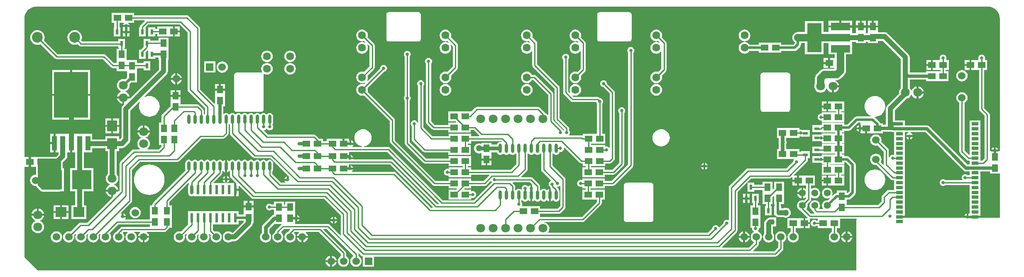
<source format=gbl>
%FSLAX25Y25*%
%MOIN*%
G70*
G01*
G75*
G04 Layer_Physical_Order=2*
G04 Layer_Color=16711680*
%ADD10R,0.03937X0.03937*%
%ADD11R,0.03937X0.03937*%
%ADD12R,0.03937X0.03937*%
%ADD13R,0.03937X0.03937*%
%ADD14C,0.01000*%
%ADD15C,0.02000*%
%ADD16C,0.06000*%
%ADD17C,0.07000*%
%ADD18C,0.05000*%
%ADD19C,0.02500*%
%ADD20C,0.04000*%
%ADD21C,0.03000*%
%ADD22C,0.07087*%
%ADD23C,0.06300*%
%ADD24C,0.06000*%
%ADD25R,0.06000X0.06000*%
%ADD26C,0.05512*%
%ADD27C,0.08661*%
%ADD28C,0.02500*%
%ADD29C,0.05000*%
%ADD30R,0.05000X0.06000*%
%ADD31R,0.05709X0.02756*%
%ADD32R,0.15748X0.15748*%
%ADD33R,0.08071X0.08858*%
%ADD34R,0.04213X0.11811*%
%ADD35R,0.06000X0.05000*%
%ADD36R,0.08858X0.08071*%
%ADD37R,0.27559X0.37008*%
%ADD38R,0.02362X0.04299*%
%ADD39O,0.02400X0.07400*%
%ADD40R,0.15748X0.06000*%
%ADD41R,0.11811X0.23622*%
%ADD42R,0.04299X0.02362*%
%ADD43O,0.02400X0.07600*%
%ADD44R,0.02400X0.07600*%
G36*
X673500Y120457D02*
X673500D01*
Y119544D01*
X673124Y119214D01*
X673718Y119136D01*
X673750Y119123D01*
Y116456D01*
Y113791D01*
X673718Y113777D01*
X673124Y113699D01*
X673500Y113370D01*
Y112457D01*
X677250D01*
Y116458D01*
X678750D01*
Y112457D01*
X691500D01*
Y113683D01*
X698208D01*
X698293Y113618D01*
X698962Y113340D01*
Y113340D01*
X698962Y113340D01*
X698962D01*
Y113340D01*
X698962Y113340D01*
X698962Y113340D01*
X699680Y113246D01*
X700495D01*
Y113142D01*
Y109205D01*
Y105268D01*
Y101331D01*
Y97394D01*
Y95350D01*
X700079Y95072D01*
X700068Y95077D01*
X699350Y95171D01*
X698632Y95077D01*
X697963Y94800D01*
X697388Y94359D01*
X696947Y93784D01*
X696698Y93183D01*
X696208Y93280D01*
Y98568D01*
X696053Y99348D01*
X695611Y100010D01*
X695611Y100010D01*
X695611D01*
X695611Y100010D01*
Y100010D01*
X690068Y105552D01*
X690164Y105782D01*
X690318Y106957D01*
X690164Y108132D01*
X689710Y109226D01*
X688989Y110166D01*
X688049Y110888D01*
X686954Y111341D01*
X685780Y111496D01*
X684605Y111341D01*
X683510Y110888D01*
X682570Y110166D01*
X681849Y109226D01*
X681395Y108132D01*
X681241Y106957D01*
X681395Y105782D01*
X681849Y104688D01*
X682570Y103747D01*
X683510Y103026D01*
X684605Y102573D01*
X685780Y102418D01*
X686954Y102573D01*
X687185Y102668D01*
X692130Y97723D01*
Y87344D01*
X691668Y87153D01*
X689677Y89144D01*
X689710Y89187D01*
X690164Y90282D01*
X690318Y91457D01*
X690164Y92632D01*
X689710Y93726D01*
X688989Y94666D01*
X688049Y95388D01*
X686954Y95841D01*
X685780Y95996D01*
X684605Y95841D01*
X683510Y95388D01*
X682570Y94666D01*
X681849Y93726D01*
X681395Y92632D01*
X681241Y91457D01*
X681395Y90282D01*
X681849Y89187D01*
X682570Y88247D01*
X683510Y87526D01*
X684605Y87073D01*
X685780Y86918D01*
X686093Y86959D01*
X697845Y75208D01*
X698507Y74766D01*
X699287Y74610D01*
X699287Y74610D01*
X700495D01*
Y73772D01*
Y69835D01*
Y66878D01*
X696339D01*
X695558Y66723D01*
X694897Y66281D01*
X690950Y62334D01*
X690508Y61672D01*
X690352Y60892D01*
Y57562D01*
X687586Y54796D01*
X662280D01*
Y57257D01*
Y59208D01*
X664208D01*
X665183Y59402D01*
X666010Y59955D01*
X668971Y62915D01*
X669524Y63742D01*
X669718Y64718D01*
Y87068D01*
X669524Y88043D01*
X668971Y88870D01*
X664582Y93259D01*
X663755Y93812D01*
X662780Y94006D01*
X660280D01*
Y95457D01*
X658329D01*
Y95957D01*
X660280D01*
Y103957D01*
X658329D01*
Y104457D01*
X660280D01*
Y112457D01*
X658329D01*
Y112957D01*
X660280D01*
Y114408D01*
X663964D01*
X664939Y114602D01*
X665766Y115155D01*
X671496Y120884D01*
X673500D01*
Y120457D01*
D02*
G37*
G36*
X777279Y80024D02*
X785279D01*
X785370Y79933D01*
Y44337D01*
X769834D01*
Y44404D01*
X765478D01*
Y45904D01*
X769834D01*
Y46213D01*
Y50150D01*
Y54087D01*
Y58024D01*
Y61961D01*
Y65898D01*
Y69835D01*
Y73772D01*
Y77709D01*
Y81646D01*
Y81750D01*
X777279D01*
Y80024D01*
D02*
G37*
G36*
X740097Y98783D02*
X740318Y98495D01*
X756251Y82562D01*
X756826Y82121D01*
X757103Y82007D01*
X757495Y81844D01*
X758213Y81750D01*
X761125D01*
Y81646D01*
Y78689D01*
X759339D01*
X758866Y79052D01*
X758197Y79329D01*
X757479Y79423D01*
X756761Y79329D01*
X756092Y79052D01*
X755518Y78611D01*
X755077Y78037D01*
X754800Y77368D01*
X754706Y76650D01*
X754800Y75932D01*
X755077Y75263D01*
X755125Y75200D01*
X754904Y74752D01*
X741613D01*
X741140Y75115D01*
X740471Y75392D01*
X739753Y75486D01*
X739035Y75392D01*
X738366Y75115D01*
X737791Y74674D01*
X737351Y74099D01*
X737074Y73431D01*
X736979Y72713D01*
X737074Y71995D01*
X737351Y71326D01*
X737791Y70751D01*
X738366Y70310D01*
X739035Y70033D01*
X739753Y69939D01*
X740471Y70033D01*
X741140Y70310D01*
X741613Y70673D01*
X761125D01*
Y69835D01*
Y65898D01*
Y61961D01*
Y58024D01*
Y54087D01*
Y50150D01*
Y47899D01*
X760709Y47621D01*
X760229Y47820D01*
Y45153D01*
X759480D01*
Y44404D01*
X756813D01*
X756800Y44436D01*
X756764Y44713D01*
X756434Y44337D01*
X709204D01*
Y44404D01*
X704849D01*
Y45904D01*
X709204D01*
Y46213D01*
Y50150D01*
Y54087D01*
Y58024D01*
Y61961D01*
Y65898D01*
Y69835D01*
Y73772D01*
Y77709D01*
Y81646D01*
Y85583D01*
Y89520D01*
Y93457D01*
Y97394D01*
Y101331D01*
Y105268D01*
Y109205D01*
Y113142D01*
Y113246D01*
X711608D01*
X711706Y112756D01*
X711366Y112615D01*
X710791Y112174D01*
X710351Y111600D01*
X710087Y110963D01*
X715419D01*
X715155Y111600D01*
X714714Y112174D01*
X714140Y112615D01*
X713800Y112756D01*
X713897Y113246D01*
X725635D01*
X740097Y98783D01*
D02*
G37*
G36*
X777372Y214352D02*
X779245Y213783D01*
X780972Y212861D01*
X782485Y211619D01*
X783727Y210106D01*
X784650Y208379D01*
X785218Y206506D01*
X785410Y204558D01*
X785404Y204499D01*
X785370Y204331D01*
Y204328D01*
X785370Y204328D01*
X785370Y204327D01*
Y98024D01*
X785279D01*
Y98024D01*
X784367D01*
X784037Y98399D01*
X783959Y97806D01*
X783946Y97774D01*
X778613D01*
X778600Y97806D01*
X778522Y98399D01*
X778192Y98024D01*
X777292D01*
Y127439D01*
X777137Y128219D01*
X776695Y128881D01*
X776695Y128881D01*
X776695D01*
X776695Y128881D01*
Y128881D01*
X772792Y132784D01*
Y163457D01*
X775253D01*
Y171457D01*
X773558D01*
X773280Y171872D01*
X773432Y172239D01*
X773527Y172957D01*
X773432Y173675D01*
X773155Y174344D01*
X772714Y174918D01*
X772140Y175359D01*
X771471Y175636D01*
X770753Y175730D01*
X770035Y175636D01*
X769366Y175359D01*
X768791Y174918D01*
X768351Y174344D01*
X768074Y173675D01*
X767979Y172957D01*
X768074Y172239D01*
X768225Y171872D01*
X767948Y171457D01*
X762503D01*
Y167456D01*
Y163457D01*
X768714D01*
Y131939D01*
X768714Y131939D01*
X768714D01*
X768869Y131159D01*
X769311Y130497D01*
X773214Y126594D01*
Y92301D01*
X771412Y90500D01*
X769834D01*
Y93457D01*
Y97394D01*
Y101331D01*
Y105268D01*
Y109205D01*
Y113142D01*
Y117079D01*
Y122835D01*
X761125D01*
Y117079D01*
Y113142D01*
Y109205D01*
Y105268D01*
Y101331D01*
Y97394D01*
Y95275D01*
Y95148D01*
X760663Y94957D01*
X756979Y98641D01*
Y136931D01*
X757209Y137027D01*
X758149Y137748D01*
X758871Y138688D01*
X759324Y139783D01*
X759479Y140957D01*
X759324Y142132D01*
X758871Y143227D01*
X758149Y144167D01*
X757209Y144888D01*
X756115Y145341D01*
X754940Y145496D01*
X753765Y145341D01*
X752670Y144888D01*
X751730Y144167D01*
X751009Y143227D01*
X750556Y142132D01*
X750401Y140957D01*
X750556Y139783D01*
X751009Y138688D01*
X751730Y137748D01*
X752670Y137027D01*
X752901Y136931D01*
Y97796D01*
X752901Y97796D01*
X752901D01*
X753056Y97016D01*
X753498Y96354D01*
X758897Y90956D01*
X759558Y90514D01*
X760339Y90358D01*
X761125D01*
Y89520D01*
Y87297D01*
X759362D01*
X744495Y102163D01*
X744274Y102451D01*
X728745Y117981D01*
X728170Y118422D01*
X727893Y118536D01*
X727501Y118699D01*
X726784Y118793D01*
X709204D01*
Y118898D01*
Y122835D01*
X700970D01*
Y130755D01*
X710483Y140268D01*
X710756Y140304D01*
X711983Y140812D01*
X713037Y141621D01*
X713845Y142674D01*
X714111Y143316D01*
X714611D01*
X714877Y142674D01*
X715685Y141621D01*
X716739Y140812D01*
X717966Y140304D01*
X718532Y140229D01*
Y145217D01*
Y150206D01*
X717966Y150131D01*
X716739Y149623D01*
X715685Y148814D01*
X714877Y147761D01*
X714611Y147119D01*
X714111D01*
X713845Y147761D01*
X713037Y148814D01*
X712970Y148866D01*
Y155683D01*
X726253D01*
Y154457D01*
X744253D01*
Y162457D01*
X741792D01*
Y163457D01*
X744280D01*
Y171457D01*
X742558D01*
X742280Y171872D01*
X742432Y172239D01*
X742527Y172957D01*
X742432Y173675D01*
X742155Y174344D01*
X741714Y174918D01*
X741140Y175359D01*
X740471Y175636D01*
X739753Y175730D01*
X739035Y175636D01*
X738366Y175359D01*
X737791Y174918D01*
X737351Y174344D01*
X737074Y173675D01*
X736979Y172957D01*
X737074Y172239D01*
X737225Y171872D01*
X736948Y171457D01*
X731530D01*
Y167456D01*
Y163457D01*
X737714D01*
Y162457D01*
X726253D01*
Y161230D01*
X712970D01*
Y173718D01*
X712850Y174631D01*
X712497Y175483D01*
X711936Y176214D01*
X711936Y176214D01*
X711936Y176214D01*
X711936D01*
X695436Y192714D01*
X694705Y193275D01*
X693854Y193628D01*
X692940Y193748D01*
X687280D01*
Y193957D01*
Y197707D01*
X679280D01*
Y193957D01*
Y192987D01*
X677780D01*
Y193957D01*
Y197707D01*
X669780D01*
Y193957D01*
Y192987D01*
X666654D01*
Y193957D01*
Y197707D01*
X647906D01*
Y193995D01*
X643685D01*
Y202768D01*
X628874D01*
Y193995D01*
X623225D01*
X623224Y193996D01*
X622050Y193841D01*
X620955Y193387D01*
X620015Y192666D01*
X619294Y191726D01*
X619106Y191273D01*
X618840Y190631D01*
X618686Y189457D01*
X618685Y189457D01*
X618686D01*
X618685Y189457D01*
X618686D01*
X618840Y188282D01*
X619294Y187187D01*
X620015Y186247D01*
X620015Y186247D01*
X620015Y186247D01*
Y186247D01*
X620675Y185740D01*
Y184961D01*
X619484Y183770D01*
X609815D01*
Y185221D01*
X591815D01*
Y183770D01*
X584220D01*
X583631Y184537D01*
X582660Y185282D01*
X581529Y185751D01*
X580315Y185911D01*
X579101Y185751D01*
X577970Y185282D01*
X576999Y184537D01*
X576253Y183566D01*
X575785Y182434D01*
X575625Y181220D01*
X575785Y180007D01*
X576253Y178875D01*
X576999Y177904D01*
X577970Y177159D01*
X579101Y176690D01*
X580315Y176530D01*
X581529Y176690D01*
X582660Y177159D01*
X583631Y177904D01*
X584220Y178672D01*
X591815D01*
Y177220D01*
X609815D01*
Y178672D01*
X620540D01*
X621515Y178866D01*
X622342Y179418D01*
X625027Y182103D01*
X625579Y182930D01*
X625773Y183905D01*
Y184918D01*
X628874D01*
Y176146D01*
X643685D01*
Y184918D01*
X647906D01*
Y175957D01*
X652740D01*
Y172957D01*
X649029D01*
Y168956D01*
Y164957D01*
X652446D01*
X652564Y164672D01*
X652286Y164256D01*
X644440D01*
X643265Y164102D01*
X642170Y163648D01*
X641230Y162927D01*
X638230Y159927D01*
X637509Y158987D01*
X637321Y158534D01*
X637056Y157892D01*
X636901Y156718D01*
Y152439D01*
X636526Y151534D01*
X636353Y150218D01*
X636526Y148901D01*
X637035Y147674D01*
X637843Y146621D01*
X638896Y145812D01*
X640123Y145304D01*
X641440Y145131D01*
X642756Y145304D01*
X643983Y145812D01*
X645037Y146621D01*
X645845Y147674D01*
X646111Y148316D01*
X646611D01*
X646877Y147674D01*
X647685Y146621D01*
X648739Y145812D01*
X649966Y145304D01*
X650532Y145229D01*
Y150219D01*
X651281D01*
Y150968D01*
X656270D01*
X656196Y151534D01*
X655688Y152761D01*
X654879Y153814D01*
X653826Y154623D01*
X652599Y155131D01*
Y155131D01*
X652602Y155179D01*
X654279D01*
X655454Y155333D01*
X656095Y155599D01*
X656549Y155787D01*
X657489Y156508D01*
Y156508D01*
X657489D01*
Y156508D01*
Y156508D01*
Y156508D01*
X657489D01*
X660489Y159508D01*
Y159508D01*
X660489Y159508D01*
Y159508D01*
X660489D01*
Y159508D01*
X660489D01*
Y159508D01*
Y159508D01*
X660489D01*
X660489Y159508D01*
X661210Y160448D01*
X661664Y161543D01*
X661818Y162718D01*
Y175957D01*
X666654D01*
Y184957D01*
Y185926D01*
X669780D01*
Y184957D01*
X677780D01*
Y185927D01*
X679280D01*
Y184957D01*
X687280D01*
Y186687D01*
X691477D01*
X705910Y172255D01*
Y148866D01*
X705843Y148814D01*
X705034Y147761D01*
X704526Y146534D01*
X704353Y145218D01*
X704480Y144251D01*
X694944Y134714D01*
X694382Y133983D01*
X694030Y133131D01*
X693910Y132218D01*
Y119231D01*
X691500D01*
Y120457D01*
X689379D01*
X689355Y120577D01*
X688802Y121404D01*
X688802Y121404D01*
X688802D01*
X688802Y121404D01*
Y121404D01*
X684971Y125235D01*
X684949Y125250D01*
X684999Y125758D01*
X686624Y125918D01*
X688187Y126392D01*
X689628Y127162D01*
X690890Y128198D01*
X691926Y129461D01*
X692696Y130901D01*
X693170Y132464D01*
X693330Y134089D01*
X693170Y135715D01*
X692696Y137278D01*
X691926Y138718D01*
X690890Y139980D01*
X689628Y141017D01*
X688187Y141787D01*
X686624Y142261D01*
X684999Y142421D01*
X683374Y142261D01*
X681811Y141787D01*
X680370Y141017D01*
X679108Y139980D01*
X678072Y138718D01*
X677302Y137278D01*
X676828Y135715D01*
X676667Y134089D01*
X676828Y132464D01*
X677302Y130901D01*
X678072Y129461D01*
X679108Y128198D01*
X680370Y127162D01*
X681670Y126467D01*
X681549Y125982D01*
X670440D01*
X669464Y125788D01*
X668637Y125235D01*
X662908Y119506D01*
X660280D01*
Y120957D01*
X642280D01*
Y119315D01*
X641929Y118888D01*
X641929Y118888D01*
X634630D01*
Y113526D01*
X641929D01*
X642280Y113175D01*
Y112957D01*
X653231D01*
Y112457D01*
X642280D01*
Y111814D01*
X641904Y111484D01*
X641780Y111500D01*
X641076Y111408D01*
X634630D01*
Y106045D01*
X641076D01*
X641780Y105953D01*
X641904Y105969D01*
X642280Y105640D01*
Y104457D01*
X653231D01*
Y103957D01*
X642280D01*
Y101628D01*
X641929D01*
Y101628D01*
X634630D01*
Y96266D01*
X641929D01*
Y96266D01*
X641970D01*
X642280Y95957D01*
Y95957D01*
X653231D01*
Y95457D01*
X642280D01*
Y94544D01*
X641904Y94214D01*
X641780Y94231D01*
X641152Y94148D01*
X634630D01*
Y88786D01*
X641042D01*
X641062Y88778D01*
X641780Y88683D01*
X641904Y88699D01*
X642280Y88370D01*
Y87457D01*
X644740D01*
Y86957D01*
X642280D01*
Y78957D01*
X653741D01*
Y78457D01*
X647530D01*
Y74456D01*
Y70457D01*
X660280D01*
Y78457D01*
X657819D01*
Y78957D01*
X660280D01*
Y86957D01*
X648819D01*
Y87457D01*
X660280D01*
Y88908D01*
X661724D01*
X664620Y86012D01*
Y65773D01*
X663152Y64306D01*
X662280D01*
Y66257D01*
X654280D01*
Y64306D01*
X654280D01*
X653304Y64112D01*
X652477Y63559D01*
X651027Y62110D01*
X650612Y62387D01*
X650926Y63146D01*
X651072Y64257D01*
X650926Y65368D01*
X650497Y66403D01*
X649815Y67292D01*
X648926Y67974D01*
X647891Y68403D01*
X646779Y68550D01*
X645669Y68403D01*
X644633Y67974D01*
X643744Y67292D01*
X643062Y66403D01*
X642633Y65368D01*
X642487Y64257D01*
X642633Y63146D01*
X643062Y62111D01*
X643744Y61221D01*
X644633Y60539D01*
X645669Y60110D01*
X646779Y59964D01*
X647891Y60110D01*
X648649Y60425D01*
X648927Y60009D01*
X647387Y58469D01*
X646779Y58549D01*
X645669Y58403D01*
X644633Y57974D01*
X643744Y57292D01*
X643062Y56403D01*
X642633Y55368D01*
X642487Y54257D01*
X642633Y53146D01*
X643062Y52110D01*
X643343Y51745D01*
X643122Y51296D01*
X640437D01*
X640216Y51745D01*
X640497Y52110D01*
X640926Y53146D01*
X641072Y54257D01*
X640926Y55368D01*
X640497Y56403D01*
X639815Y57292D01*
X638926Y57974D01*
X637890Y58403D01*
X636779Y58549D01*
X635669Y58403D01*
X634633Y57974D01*
X633744Y57292D01*
X633062Y56403D01*
X632633Y55368D01*
X632487Y54257D01*
X632633Y53146D01*
X633062Y52110D01*
X633744Y51222D01*
X634633Y50539D01*
X634797Y50471D01*
X634851Y50200D01*
X634896Y49977D01*
X635338Y49315D01*
X636395Y48258D01*
X636203Y47796D01*
X633624D01*
X629982Y51439D01*
X630497Y52110D01*
X630926Y53146D01*
X631072Y54257D01*
X630926Y55368D01*
X630882Y55475D01*
X633182Y57775D01*
X633624Y58437D01*
X633779Y59217D01*
Y60630D01*
X634227Y60851D01*
X634633Y60539D01*
X635669Y60110D01*
X636779Y59964D01*
X637890Y60110D01*
X638926Y60539D01*
X639815Y61221D01*
X640497Y62111D01*
X640926Y63146D01*
X641072Y64257D01*
X640926Y65368D01*
X640497Y66403D01*
X639815Y67292D01*
X638926Y67974D01*
X637890Y68403D01*
X636779Y68550D01*
X635669Y68403D01*
X634633Y67974D01*
X634227Y67663D01*
X633779Y67884D01*
Y70257D01*
X636780D01*
Y78257D01*
X624030D01*
Y74256D01*
Y70257D01*
X629701D01*
Y67945D01*
X629252Y67724D01*
X628926Y67974D01*
X627890Y68403D01*
X627529Y68451D01*
Y64256D01*
Y60063D01*
X627890Y60110D01*
X628926Y60539D01*
X629252Y60790D01*
X629701Y60569D01*
Y60062D01*
X627998Y58359D01*
X627890Y58403D01*
X626780Y58549D01*
X625668Y58403D01*
X624633Y57974D01*
X623744Y57292D01*
X623062Y56403D01*
X622633Y55368D01*
X622487Y54257D01*
X622633Y53146D01*
X623062Y52110D01*
X623744Y51222D01*
X624633Y50539D01*
X625453Y50200D01*
X631191Y44462D01*
X630999Y44000D01*
X629120D01*
Y40750D01*
X632870D01*
Y43718D01*
X639000D01*
Y42039D01*
X638139D01*
X637666Y42402D01*
X636997Y42679D01*
X636279Y42774D01*
X635562Y42679D01*
X634893Y42402D01*
X634318Y41962D01*
X633877Y41387D01*
X633600Y40718D01*
X633506Y40000D01*
X633600Y39282D01*
X633877Y38613D01*
X634318Y38039D01*
X634893Y37598D01*
X635562Y37321D01*
X636279Y37226D01*
X636997Y37321D01*
X637666Y37598D01*
X638139Y37961D01*
X639000D01*
Y36000D01*
X650461D01*
Y33026D01*
X650231Y32931D01*
X649291Y32210D01*
X648569Y31269D01*
X648116Y30175D01*
X647961Y29000D01*
X648116Y27825D01*
X648569Y26731D01*
X649291Y25791D01*
X650231Y25069D01*
X651325Y24616D01*
X652500Y24461D01*
X653675Y24616D01*
X654770Y25069D01*
X655710Y25791D01*
X656431Y26731D01*
X656884Y27825D01*
X657039Y29000D01*
X656884Y30175D01*
X656431Y31269D01*
X655710Y32210D01*
X654770Y32931D01*
X654539Y33026D01*
Y36000D01*
X657000D01*
Y43718D01*
X670165D01*
X670401Y43277D01*
X670361Y43218D01*
X670310Y43141D01*
X670163Y42400D01*
Y2031D01*
X12652D01*
X2031Y12652D01*
Y85500D01*
X5750D01*
Y89499D01*
Y93500D01*
X2031D01*
Y205054D01*
X2172Y206484D01*
X2743Y208365D01*
X3669Y210099D01*
X4917Y211619D01*
X6436Y212866D01*
X8170Y213793D01*
X10051Y214363D01*
X11481Y214504D01*
X775194D01*
X775194Y214504D01*
X775194Y214504D01*
X775197D01*
X775365Y214538D01*
X775424Y214544D01*
X777372Y214352D01*
D02*
G37*
%LPC*%
G36*
X580974Y63563D02*
X579043D01*
Y60663D01*
X580974D01*
Y63563D01*
D02*
G37*
G36*
X584406D02*
X582475D01*
Y60663D01*
X584406D01*
Y63563D01*
D02*
G37*
G36*
X71750Y65408D02*
X67512D01*
X67586Y64841D01*
X68095Y63614D01*
X68903Y62561D01*
X69957Y61752D01*
X71183Y61244D01*
X71750Y61169D01*
Y65408D01*
D02*
G37*
G36*
X173980Y66207D02*
X172030D01*
Y61657D01*
X173980D01*
Y66207D01*
D02*
G37*
G36*
X684999Y83366D02*
X683374Y83205D01*
X681811Y82731D01*
X680370Y81962D01*
X679108Y80925D01*
X678072Y79663D01*
X677302Y78223D01*
X676828Y76660D01*
X676667Y75034D01*
X676828Y73409D01*
X677302Y71846D01*
X678072Y70405D01*
X679108Y69143D01*
X680370Y68107D01*
X681811Y67337D01*
X683374Y66863D01*
X684999Y66703D01*
X686624Y66863D01*
X688187Y67337D01*
X689628Y68107D01*
X690890Y69143D01*
X691926Y70405D01*
X692696Y71846D01*
X693170Y73409D01*
X693330Y75034D01*
X693170Y76660D01*
X692696Y78223D01*
X691926Y79663D01*
X690890Y80925D01*
X689628Y81962D01*
X688187Y82731D01*
X686624Y83205D01*
X684999Y83366D01*
D02*
G37*
G36*
X612205Y73413D02*
X604205D01*
Y68297D01*
X603167Y67259D01*
X602705Y67451D01*
Y73413D01*
X594705D01*
Y70953D01*
X588146D01*
Y72650D01*
X582784D01*
Y65351D01*
X588146D01*
Y66874D01*
X594705D01*
Y64413D01*
Y55414D01*
X597426D01*
Y53650D01*
X596783D01*
Y46350D01*
X602146D01*
Y53650D01*
X601504D01*
Y55414D01*
X602705D01*
Y61030D01*
X603743Y62068D01*
X604205Y61876D01*
Y55414D01*
X604396D01*
Y53650D01*
X604264D01*
Y46350D01*
X605183D01*
X605449Y46004D01*
X606180Y45443D01*
X607031Y45090D01*
X607945Y44970D01*
X611515D01*
X612401Y44603D01*
X613445Y44466D01*
X614489Y44603D01*
X615462Y45006D01*
X616298Y45647D01*
X616939Y46483D01*
X617342Y47456D01*
X617480Y48500D01*
X617342Y49544D01*
X616939Y50517D01*
X616298Y51353D01*
X615462Y51994D01*
X614489Y52397D01*
X613445Y52535D01*
X612401Y52397D01*
X611515Y52030D01*
X609626D01*
Y53650D01*
X609494D01*
Y55414D01*
X612205D01*
Y64413D01*
Y73413D01*
D02*
G37*
G36*
X102322Y87300D02*
X100403Y87149D01*
X98531Y86700D01*
X96753Y85963D01*
X95112Y84958D01*
X93648Y83708D01*
X92398Y82244D01*
X91393Y80603D01*
X90656Y78825D01*
X90207Y76953D01*
X90056Y75034D01*
X90207Y73115D01*
X90656Y71244D01*
X91393Y69465D01*
X92398Y67824D01*
X93648Y66361D01*
X95112Y65111D01*
X96753Y64105D01*
X98531Y63368D01*
X100403Y62919D01*
X102322Y62768D01*
X104241Y62919D01*
X106112Y63368D01*
X107890Y64105D01*
X109532Y65111D01*
X110995Y66361D01*
X112245Y67824D01*
X113251Y69465D01*
X113988Y71244D01*
X114437Y73115D01*
X114588Y75034D01*
X114437Y76953D01*
X113988Y78825D01*
X113251Y80603D01*
X112245Y82244D01*
X110995Y83708D01*
X109532Y84958D01*
X107890Y85963D01*
X106112Y86700D01*
X104241Y87149D01*
X102322Y87300D01*
D02*
G37*
G36*
X626029Y68451D02*
X625668Y68403D01*
X624633Y67974D01*
X623744Y67292D01*
X623062Y66403D01*
X622633Y65368D01*
X622586Y65007D01*
X626029D01*
Y68451D01*
D02*
G37*
G36*
X37429Y54535D02*
X32250D01*
Y49750D01*
X37429D01*
Y54535D01*
D02*
G37*
G36*
X181250Y58000D02*
X178000D01*
Y54250D01*
X181250D01*
Y58000D01*
D02*
G37*
G36*
X13585Y51831D02*
Y47592D01*
X17823D01*
X17748Y48159D01*
X17240Y49386D01*
X16432Y50439D01*
X15378Y51248D01*
X14151Y51756D01*
X13585Y51831D01*
D02*
G37*
G36*
X30750Y54535D02*
X25571D01*
Y49750D01*
X30750D01*
Y54535D01*
D02*
G37*
G36*
X584406Y59163D02*
X582475D01*
Y56264D01*
X584406D01*
Y59163D01*
D02*
G37*
G36*
X626029Y63507D02*
X622586D01*
X622633Y63146D01*
X623062Y62111D01*
X623744Y61221D01*
X624633Y60539D01*
X625668Y60110D01*
X626029Y60063D01*
Y63507D01*
D02*
G37*
G36*
X186000Y58000D02*
X182750D01*
Y54250D01*
X186000D01*
Y58000D01*
D02*
G37*
G36*
X580974Y59163D02*
X579043D01*
Y56264D01*
X580974D01*
Y59163D01*
D02*
G37*
G36*
X548788Y88579D02*
Y86664D01*
X550704D01*
X550440Y87300D01*
X549999Y87875D01*
X549425Y88316D01*
X548788Y88579D01*
D02*
G37*
G36*
X372357Y90468D02*
X369107D01*
Y86718D01*
X372357D01*
Y90468D01*
D02*
G37*
G36*
X550704Y85163D02*
X548788D01*
Y83248D01*
X549425Y83511D01*
X549999Y83952D01*
X550440Y84527D01*
X550704Y85163D01*
D02*
G37*
G36*
X547288Y88579D02*
X546651Y88316D01*
X546076Y87875D01*
X545636Y87300D01*
X545372Y86664D01*
X547288D01*
Y88579D01*
D02*
G37*
G36*
X25478Y103750D02*
X22622D01*
Y97095D01*
X25478D01*
Y103750D01*
D02*
G37*
G36*
X780529Y101190D02*
X779893Y100926D01*
X779318Y100485D01*
X778877Y99911D01*
X778614Y99274D01*
X780529D01*
Y101190D01*
D02*
G37*
G36*
X377107Y90468D02*
X373857D01*
Y86718D01*
X377107D01*
Y90468D01*
D02*
G37*
G36*
X38864Y111906D02*
X26978D01*
Y104499D01*
Y97095D01*
X29391D01*
Y95462D01*
X27458Y93529D01*
X12878D01*
X12730Y93500D01*
X7250D01*
Y89499D01*
Y85500D01*
X11349D01*
Y79345D01*
X11000Y79039D01*
X9825Y78884D01*
X8731Y78431D01*
X7791Y77710D01*
X7069Y76770D01*
X6616Y75675D01*
X6461Y74500D01*
X6616Y73325D01*
X7069Y72231D01*
X7791Y71291D01*
X8731Y70569D01*
X9825Y70116D01*
X11000Y69961D01*
X11444Y70020D01*
X11465Y69915D01*
X11796Y69419D01*
X15004Y66211D01*
Y65626D01*
X15734D01*
X15793Y65587D01*
X16378Y65471D01*
X30378D01*
X30963Y65587D01*
X31021Y65626D01*
X33752D01*
Y84374D01*
X32907D01*
Y88994D01*
X35418Y91504D01*
X35978Y92235D01*
X36331Y93086D01*
X36451Y94000D01*
D01*
D01*
D01*
D01*
D01*
X36451D01*
D01*
D01*
D01*
D01*
Y94000D01*
X36452D01*
D01*
Y94000D01*
D01*
D01*
D01*
D01*
D01*
D01*
D01*
D01*
D01*
D01*
D01*
D01*
Y94000D01*
D01*
X36451D01*
D01*
D01*
D01*
D01*
X36451Y94000D01*
Y97095D01*
X38864D01*
Y104499D01*
Y111906D01*
D02*
G37*
G36*
X547288Y85163D02*
X545372D01*
X545636Y84527D01*
X546076Y83952D01*
X546651Y83511D01*
X547288Y83248D01*
Y85163D01*
D02*
G37*
G36*
X163250Y74707D02*
X161334D01*
X161598Y74070D01*
X162039Y73496D01*
X162613Y73055D01*
X163250Y72791D01*
Y74707D01*
D02*
G37*
G36*
X166666D02*
X164750D01*
Y72791D01*
X165387Y73055D01*
X165961Y73496D01*
X166402Y74070D01*
X166666Y74707D01*
D02*
G37*
G36*
X622530Y73507D02*
X618780D01*
Y70257D01*
X622530D01*
Y73507D01*
D02*
G37*
G36*
X646030Y73707D02*
X642280D01*
Y70457D01*
X646030D01*
Y73707D01*
D02*
G37*
G36*
X163250Y78123D02*
X162613Y77859D01*
X162039Y77418D01*
X161598Y76844D01*
X161334Y76207D01*
X163250D01*
Y78123D01*
D02*
G37*
G36*
X164750D02*
Y76207D01*
X166666D01*
X166402Y76844D01*
X165961Y77418D01*
X165387Y77859D01*
X164750Y78123D01*
D02*
G37*
G36*
X646030Y78457D02*
X642280D01*
Y75207D01*
X646030D01*
Y78457D01*
D02*
G37*
G36*
X212850Y77566D02*
X212213Y77302D01*
X211639Y76861D01*
X211198Y76287D01*
X210934Y75650D01*
X212850D01*
Y77566D01*
D02*
G37*
G36*
X579250Y28250D02*
X575560D01*
X575616Y27825D01*
X576069Y26731D01*
X576791Y25791D01*
X577731Y25069D01*
X578825Y24616D01*
X579250Y24560D01*
Y28250D01*
D02*
G37*
G36*
X584440D02*
X580750D01*
Y24560D01*
X581175Y24616D01*
X582269Y25069D01*
X583210Y25791D01*
X583931Y26731D01*
X584384Y27825D01*
X584440Y28250D01*
D02*
G37*
G36*
X224482D02*
X220792D01*
X220848Y27825D01*
X221302Y26731D01*
X222023Y25791D01*
X222963Y25069D01*
X224058Y24616D01*
X224482Y24560D01*
Y28250D01*
D02*
G37*
G36*
X229672D02*
X225982D01*
Y24560D01*
X226407Y24616D01*
X227502Y25069D01*
X228442Y25791D01*
X229163Y26731D01*
X229616Y27825D01*
X229672Y28250D01*
D02*
G37*
G36*
X579250Y33440D02*
X578825Y33384D01*
X577731Y32931D01*
X576791Y32210D01*
X576069Y31269D01*
X575616Y30175D01*
X575560Y29750D01*
X579250D01*
Y33440D01*
D02*
G37*
G36*
X580750D02*
Y29750D01*
X584440D01*
X584384Y30175D01*
X583931Y31269D01*
X583210Y32210D01*
X582269Y32931D01*
X581175Y33384D01*
X580750Y33440D01*
D02*
G37*
G36*
X661593Y28250D02*
X657902D01*
X657958Y27825D01*
X658412Y26731D01*
X659133Y25791D01*
X660073Y25069D01*
X661168Y24616D01*
X661593Y24560D01*
Y28250D01*
D02*
G37*
G36*
X666783D02*
X663093D01*
Y24560D01*
X663517Y24616D01*
X664612Y25069D01*
X665552Y25791D01*
X666273Y26731D01*
X666727Y27825D01*
X666783Y28250D01*
D02*
G37*
G36*
X102220Y28250D02*
X98529D01*
Y24560D01*
X98954Y24616D01*
X100049Y25069D01*
X100989Y25791D01*
X101710Y26730D01*
X102164Y27825D01*
X102220Y28250D01*
D02*
G37*
G36*
X247530Y13897D02*
X247105Y13841D01*
X246010Y13387D01*
X245070Y12666D01*
X244349Y11726D01*
X243895Y10632D01*
X243840Y10207D01*
X247530D01*
Y13897D01*
D02*
G37*
G36*
X249030D02*
Y10207D01*
X252720D01*
X252664Y10632D01*
X252210Y11726D01*
X251489Y12666D01*
X250549Y13387D01*
X249454Y13841D01*
X249030Y13897D01*
D02*
G37*
G36*
X247530Y8707D02*
X243840D01*
X243895Y8282D01*
X244349Y7187D01*
X245070Y6247D01*
X246010Y5526D01*
X247105Y5073D01*
X247530Y5017D01*
Y8707D01*
D02*
G37*
G36*
X252720D02*
X249030D01*
Y5017D01*
X249454Y5073D01*
X250549Y5526D01*
X251489Y6247D01*
X252210Y7187D01*
X252664Y8282D01*
X252720Y8707D01*
D02*
G37*
G36*
X627620Y44000D02*
X614870D01*
Y36000D01*
X617331D01*
Y33026D01*
X617101Y32931D01*
X616161Y32210D01*
X615439Y31269D01*
X614986Y30175D01*
X614831Y29000D01*
X614986Y27825D01*
X615439Y26731D01*
X616161Y25791D01*
X617101Y25069D01*
X618195Y24616D01*
X619370Y24461D01*
X620545Y24616D01*
X621639Y25069D01*
X622580Y25791D01*
X623301Y26731D01*
X623754Y27825D01*
X623909Y29000D01*
X623754Y30175D01*
X623301Y31269D01*
X622580Y32210D01*
X621639Y32931D01*
X621409Y33026D01*
Y36000D01*
X627620D01*
Y39999D01*
Y44000D01*
D02*
G37*
G36*
X97030Y28250D02*
X93339D01*
X93395Y27825D01*
X93849Y26730D01*
X94570Y25791D01*
X95510Y25069D01*
X96605Y24616D01*
X97030Y24560D01*
Y28250D01*
D02*
G37*
G36*
X27779Y33539D02*
X26605Y33384D01*
X25510Y32931D01*
X24570Y32209D01*
X23849Y31269D01*
X23395Y30175D01*
X23241Y29000D01*
X23395Y27825D01*
X23849Y26730D01*
X24570Y25791D01*
X25510Y25069D01*
X26605Y24616D01*
X27779Y24461D01*
X28954Y24616D01*
X30049Y25069D01*
X30989Y25791D01*
X31710Y26730D01*
X32164Y27825D01*
X32318Y29000D01*
X32164Y30175D01*
X31710Y31269D01*
X30989Y32209D01*
X30049Y32931D01*
X28954Y33384D01*
X27779Y33539D01*
D02*
G37*
G36*
X605886Y44563D02*
X600524D01*
Y44409D01*
X599870Y44323D01*
X599018Y43971D01*
X598287Y43410D01*
X597189Y42311D01*
X596628Y41580D01*
X596275Y40729D01*
X596155Y39815D01*
Y31791D01*
X595754Y31269D01*
X595301Y30175D01*
X595146Y29000D01*
X595301Y27825D01*
X595754Y26731D01*
X596476Y25791D01*
X597416Y25069D01*
X598510Y24616D01*
X599685Y24461D01*
X600860Y24616D01*
X601955Y25069D01*
X602894Y25791D01*
X603616Y26731D01*
X604069Y27825D01*
X604224Y29000D01*
X604069Y30175D01*
X603616Y31269D01*
X603215Y31791D01*
Y37264D01*
X605886D01*
Y44563D01*
D02*
G37*
G36*
X661593Y33440D02*
X661168Y33384D01*
X660073Y32931D01*
X659133Y32210D01*
X658412Y31269D01*
X657958Y30175D01*
X657902Y29750D01*
X661593D01*
Y33440D01*
D02*
G37*
G36*
X91000Y53039D02*
X89825Y52884D01*
X88731Y52431D01*
X87791Y51710D01*
X87069Y50770D01*
X86616Y49675D01*
X86461Y48500D01*
X86616Y47325D01*
X87069Y46231D01*
X87791Y45291D01*
X88731Y44569D01*
X89825Y44116D01*
X91000Y43961D01*
X92175Y44116D01*
X93269Y44569D01*
X94209Y45291D01*
X94931Y46231D01*
X95384Y47325D01*
X95539Y48500D01*
X95384Y49675D01*
X94931Y50770D01*
X94209Y51710D01*
X93269Y52431D01*
X92175Y52884D01*
X91000Y53039D01*
D02*
G37*
G36*
X221030Y46623D02*
Y44707D01*
X222945D01*
X222682Y45344D01*
X222241Y45918D01*
X221666Y46359D01*
X221030Y46623D01*
D02*
G37*
G36*
X30750Y48250D02*
X25571D01*
Y43465D01*
X30750D01*
Y48250D01*
D02*
G37*
G36*
X37429D02*
X32250D01*
Y43465D01*
X37429D01*
Y48250D01*
D02*
G37*
G36*
X186000Y52750D02*
X178000D01*
Y49000D01*
Y47049D01*
X173980D01*
Y49757D01*
X133580D01*
Y39157D01*
X133580Y39157D01*
X133580D01*
X133636Y39020D01*
X127905Y33289D01*
X127675Y33384D01*
X126500Y33539D01*
X125325Y33384D01*
X124231Y32931D01*
X123291Y32209D01*
X122569Y31269D01*
X122116Y30175D01*
X121961Y29000D01*
X122116Y27825D01*
X122569Y26731D01*
X123291Y25791D01*
X124231Y25069D01*
X125325Y24616D01*
X126500Y24461D01*
X127675Y24616D01*
X128769Y25069D01*
X129709Y25791D01*
X130431Y26731D01*
X130884Y27825D01*
X131039Y29000D01*
X130884Y30175D01*
X130789Y30405D01*
X132210Y31827D01*
X132586Y31497D01*
X132412Y31269D01*
X131958Y30175D01*
X131804Y29000D01*
X131958Y27825D01*
X132412Y26731D01*
X133133Y25791D01*
X134073Y25069D01*
X135168Y24616D01*
X136343Y24461D01*
X137517Y24616D01*
X138612Y25069D01*
X139552Y25791D01*
X140273Y26731D01*
X140727Y27825D01*
X140881Y29000D01*
X140727Y30175D01*
X140631Y30405D01*
X142053Y31827D01*
X142429Y31497D01*
X142254Y31269D01*
X141801Y30175D01*
X141646Y29000D01*
X141801Y27825D01*
X142254Y26731D01*
X142975Y25791D01*
X143916Y25069D01*
X145010Y24616D01*
X146185Y24461D01*
X147360Y24616D01*
X148454Y25069D01*
X149394Y25791D01*
X150116Y26731D01*
X150569Y27825D01*
X150724Y29000D01*
X150569Y30175D01*
X150116Y31269D01*
X149941Y31497D01*
X150317Y31827D01*
X151739Y30405D01*
X151643Y30175D01*
X151489Y29000D01*
X151643Y27825D01*
X152097Y26731D01*
X152818Y25791D01*
X153758Y25069D01*
X154853Y24616D01*
X156027Y24461D01*
X157202Y24616D01*
X158297Y25069D01*
X159237Y25791D01*
X159958Y26731D01*
X160412Y27825D01*
X160566Y29000D01*
X160412Y30175D01*
X159958Y31269D01*
X159237Y32209D01*
X158297Y32931D01*
X157202Y33384D01*
X156027Y33539D01*
X154853Y33384D01*
X154622Y33289D01*
X153319Y34593D01*
Y39157D01*
X173980D01*
Y41951D01*
X178000D01*
Y41213D01*
X169317Y32530D01*
X168661D01*
X168139Y32931D01*
X167045Y33384D01*
X165870Y33539D01*
X164695Y33384D01*
X163601Y32931D01*
X162661Y32209D01*
X161939Y31269D01*
X161486Y30175D01*
X161331Y29000D01*
X161486Y27825D01*
X161939Y26731D01*
X162661Y25791D01*
X163601Y25069D01*
X164695Y24616D01*
X165870Y24461D01*
X167045Y24616D01*
X168139Y25069D01*
X168661Y25470D01*
X170780D01*
X171693Y25590D01*
X172545Y25943D01*
X173276Y26504D01*
X184496Y37724D01*
X185057Y38455D01*
X185410Y39307D01*
X185501Y40000D01*
X186000D01*
Y49000D01*
Y52750D01*
D02*
G37*
G36*
X12085Y51831D02*
X11518Y51756D01*
X10291Y51248D01*
X9238Y50439D01*
X8429Y49386D01*
X7921Y48159D01*
X7847Y47592D01*
X12085D01*
Y51831D01*
D02*
G37*
G36*
X758729Y47820D02*
X758092Y47556D01*
X757518Y47115D01*
X757077Y46540D01*
X756813Y45904D01*
X758729D01*
Y47820D01*
D02*
G37*
G36*
X81650Y48066D02*
Y46150D01*
X83566D01*
X83302Y46787D01*
X82861Y47361D01*
X82287Y47802D01*
X81650Y48066D01*
D02*
G37*
G36*
X251250Y45166D02*
Y43250D01*
X253166D01*
X252902Y43887D01*
X252461Y44461D01*
X251887Y44902D01*
X251250Y45166D01*
D02*
G37*
G36*
X632870Y39250D02*
X629120D01*
Y36000D01*
X632870D01*
Y39250D01*
D02*
G37*
G36*
X249750Y41750D02*
X247834D01*
X248098Y41113D01*
X248539Y40539D01*
X249113Y40098D01*
X249750Y39834D01*
Y41750D01*
D02*
G37*
G36*
X663093Y33440D02*
Y29750D01*
X666783D01*
X666727Y30175D01*
X666273Y31269D01*
X665552Y32210D01*
X664612Y32931D01*
X663517Y33384D01*
X663093Y33440D01*
D02*
G37*
G36*
X17823Y46092D02*
X7847D01*
X7921Y45526D01*
X8429Y44299D01*
X9238Y43246D01*
X10291Y42437D01*
X10933Y42171D01*
Y41671D01*
X10291Y41405D01*
X9238Y40597D01*
X8429Y39543D01*
X7921Y38317D01*
X7748Y37000D01*
X7921Y35683D01*
X8429Y34457D01*
X9238Y33403D01*
X10291Y32595D01*
X11518Y32087D01*
X12835Y31913D01*
X14151Y32087D01*
X15378Y32595D01*
X16432Y33403D01*
X17240Y34457D01*
X17748Y35683D01*
X17922Y37000D01*
X17748Y38317D01*
X17240Y39543D01*
X16432Y40597D01*
X15378Y41405D01*
X14151Y41914D01*
X15378Y42437D01*
X15378D01*
D01*
D01*
D01*
X15378Y42437D01*
X16432Y43246D01*
X17240Y44299D01*
X17748Y45526D01*
X17823Y46092D01*
D02*
G37*
G36*
X222945Y43207D02*
X221030D01*
Y41291D01*
X221666Y41555D01*
X222241Y41995D01*
X222682Y42570D01*
X222945Y43207D01*
D02*
G37*
G36*
X249750Y45166D02*
X249113Y44902D01*
X248539Y44461D01*
X248098Y43887D01*
X247834Y43250D01*
X249750D01*
Y45166D01*
D02*
G37*
G36*
X253166Y41750D02*
X251250D01*
Y39834D01*
X251887Y40098D01*
X252461Y40539D01*
X252902Y41113D01*
X253166Y41750D01*
D02*
G37*
G36*
X485393Y72621D02*
X484612Y72466D01*
X483951Y72024D01*
X483509Y71362D01*
X483353Y70582D01*
Y43023D01*
X483509Y42243D01*
X483951Y41581D01*
X484612Y41139D01*
X485393Y40984D01*
X485433Y40992D01*
X505078D01*
X505855Y41146D01*
X506514Y41587D01*
X506954Y42246D01*
X507109Y43023D01*
Y70582D01*
X506954Y71359D01*
X506514Y72018D01*
X505855Y72458D01*
X505078Y72613D01*
X485433D01*
X485393Y72621D01*
D02*
G37*
G36*
X782029Y101190D02*
Y99274D01*
X783945D01*
X783682Y99911D01*
X783241Y100485D01*
X782666Y100926D01*
X782029Y101190D01*
D02*
G37*
G36*
X647529Y168207D02*
X643779D01*
Y164957D01*
X647529D01*
Y168207D01*
D02*
G37*
G36*
X730030Y171457D02*
X726280D01*
Y168207D01*
X730030D01*
Y171457D01*
D02*
G37*
G36*
Y166707D02*
X726280D01*
Y163457D01*
X730030D01*
Y166707D01*
D02*
G37*
G36*
X761003Y166707D02*
X757253D01*
Y163457D01*
X761003D01*
Y166707D01*
D02*
G37*
G36*
Y171457D02*
X757253D01*
Y168207D01*
X761003D01*
Y171457D01*
D02*
G37*
G36*
X215354Y178981D02*
X214140Y178822D01*
X213009Y178353D01*
X212038Y177608D01*
X211293Y176636D01*
X210824Y175505D01*
X210664Y174291D01*
X210824Y173077D01*
X211293Y171946D01*
X212038Y170975D01*
X213009Y170230D01*
X214140Y169761D01*
X215354Y169601D01*
X216568Y169761D01*
X217699Y170230D01*
X218671Y170975D01*
X219416Y171946D01*
X219885Y173077D01*
X220044Y174291D01*
X219885Y175505D01*
X219416Y176636D01*
X218671Y177608D01*
X217699Y178353D01*
X216568Y178822D01*
X215354Y178981D01*
D02*
G37*
G36*
X647529Y172957D02*
X643779D01*
Y169707D01*
X647529D01*
Y172957D01*
D02*
G37*
G36*
X42421Y195459D02*
X41278Y195346D01*
X40179Y195013D01*
X39166Y194472D01*
X38278Y193743D01*
X37550Y192855D01*
X37008Y191842D01*
X36675Y190743D01*
X36562Y189600D01*
X36675Y188457D01*
X37008Y187358D01*
X37550Y186345D01*
X38278Y185457D01*
X39166Y184729D01*
X40179Y184187D01*
X41278Y183854D01*
X42421Y183741D01*
X43564Y183854D01*
X44663Y184187D01*
X44850Y184287D01*
X46166Y182972D01*
X46828Y182529D01*
X47608Y182374D01*
X77358D01*
Y181177D01*
X78060D01*
Y180413D01*
X76099D01*
Y171414D01*
Y168953D01*
X73931D01*
X67342Y175542D01*
X66680Y175984D01*
X65900Y176139D01*
X28845D01*
X17813Y187171D01*
X17913Y187358D01*
X18246Y188457D01*
X18359Y189600D01*
X18246Y190743D01*
X17913Y191842D01*
X17371Y192855D01*
X16643Y193743D01*
X15755Y194472D01*
X14742Y195013D01*
X13643Y195346D01*
X12500Y195459D01*
X11357Y195346D01*
X10258Y195013D01*
X9245Y194472D01*
X8357Y193743D01*
X7628Y192855D01*
X7087Y191842D01*
X6754Y190743D01*
X6641Y189600D01*
X6754Y188457D01*
X7087Y187358D01*
X7628Y186345D01*
X8357Y185457D01*
X9245Y184729D01*
X10258Y184187D01*
X11357Y183854D01*
X12500Y183741D01*
X13643Y183854D01*
X14742Y184187D01*
X14929Y184287D01*
X26558Y172658D01*
X26558Y172658D01*
X26558D01*
X26558D01*
Y172658D01*
D01*
X26558D01*
D01*
D01*
D01*
X26558Y172658D01*
Y172658D01*
X27220Y172216D01*
X28000Y172061D01*
X65055D01*
X71645Y165472D01*
X72306Y165030D01*
X73086Y164874D01*
X76099D01*
Y162414D01*
X84099D01*
Y164874D01*
X84599D01*
Y162218D01*
Y157323D01*
X83081Y155804D01*
X82816Y155913D01*
X81500Y156087D01*
X80183Y155913D01*
X78957Y155405D01*
X77903Y154597D01*
X77095Y153543D01*
X76587Y152317D01*
X76413Y151000D01*
X76587Y149683D01*
X77095Y148457D01*
X77903Y147403D01*
X78957Y146595D01*
X79599Y146329D01*
Y145829D01*
X78957Y145563D01*
X77903Y144754D01*
X77095Y143701D01*
X76587Y142474D01*
X76512Y141908D01*
X86488D01*
X86413Y142474D01*
X85905Y143701D01*
X85097Y144754D01*
X84043Y145563D01*
X82816Y146071D01*
X84043Y146595D01*
X84043D01*
D01*
D01*
D01*
X84043Y146595D01*
X85097Y147403D01*
X85905Y148457D01*
X86413Y149683D01*
X86587Y151000D01*
X86459Y151972D01*
X87704Y153218D01*
X92599D01*
Y162218D01*
Y164874D01*
X97858D01*
Y163177D01*
X103220D01*
Y170476D01*
X97858D01*
Y168953D01*
X92599D01*
Y171218D01*
X84599D01*
Y168953D01*
X84099D01*
Y171414D01*
Y180413D01*
X82138D01*
Y181177D01*
X82720D01*
Y188476D01*
X77358D01*
Y186453D01*
X48453D01*
X47734Y187171D01*
X47834Y187358D01*
X48168Y188457D01*
X48280Y189600D01*
X48168Y190743D01*
X47834Y191842D01*
X47293Y192855D01*
X46564Y193743D01*
X45676Y194472D01*
X44663Y195013D01*
X43564Y195346D01*
X42421Y195459D01*
D02*
G37*
G36*
X196850Y178981D02*
X195636Y178822D01*
X194505Y178353D01*
X193534Y177608D01*
X192789Y176636D01*
X192320Y175505D01*
X192160Y174291D01*
X192320Y173077D01*
X192789Y171946D01*
X193534Y170975D01*
X194505Y170230D01*
X195636Y169761D01*
X196850Y169601D01*
X198064Y169761D01*
X199195Y170230D01*
X200167Y170975D01*
X200912Y171946D01*
X201381Y173077D01*
X201540Y174291D01*
X201381Y175505D01*
X200912Y176636D01*
X200167Y177608D01*
X199195Y178353D01*
X198064Y178822D01*
X196850Y178981D01*
D02*
G37*
G36*
X155440Y170218D02*
X146440D01*
Y161218D01*
X155440D01*
Y170218D01*
D02*
G37*
G36*
X128440Y155468D02*
X124750D01*
Y151778D01*
X125175Y151833D01*
X126269Y152287D01*
X127209Y153008D01*
X127931Y153948D01*
X128384Y155043D01*
X128440Y155468D01*
D02*
G37*
G36*
X754940Y163257D02*
X753765Y163102D01*
X752670Y162648D01*
X751730Y161927D01*
X751009Y160987D01*
X750556Y159892D01*
X750401Y158718D01*
X750556Y157543D01*
X751009Y156448D01*
X751730Y155508D01*
X752670Y154787D01*
X753765Y154333D01*
X754940Y154179D01*
X756115Y154333D01*
X757209Y154787D01*
X758149Y155508D01*
X758871Y156448D01*
X759324Y157543D01*
X759479Y158718D01*
X759324Y159892D01*
X758871Y160987D01*
X758149Y161927D01*
X757209Y162648D01*
X756115Y163102D01*
X754940Y163257D01*
D02*
G37*
G36*
X163000Y152100D02*
X159750D01*
Y148350D01*
X163000D01*
Y152100D01*
D02*
G37*
G36*
X123250Y155468D02*
X119560D01*
X119616Y155043D01*
X120069Y153948D01*
X120791Y153008D01*
X121731Y152287D01*
X122825Y151833D01*
X123250Y151778D01*
Y155468D01*
D02*
G37*
G36*
Y160658D02*
X122825Y160602D01*
X121731Y160148D01*
X120791Y159427D01*
X120069Y158487D01*
X119616Y157392D01*
X119560Y156968D01*
X123250D01*
Y160658D01*
D02*
G37*
G36*
X196850Y168982D02*
X195636Y168822D01*
X194505Y168353D01*
X193534Y167608D01*
X192789Y166636D01*
X192320Y165505D01*
X192160Y164291D01*
X192320Y163077D01*
X192789Y161946D01*
X193091Y161552D01*
X192827Y161127D01*
X192086Y161275D01*
X172401D01*
X171623Y161120D01*
X170964Y160680D01*
X170524Y160021D01*
X170369Y159244D01*
Y131685D01*
X170524Y130907D01*
X170964Y130248D01*
X171623Y129808D01*
X172401Y129653D01*
X192086D01*
X192863Y129808D01*
X193522Y130248D01*
X193962Y130907D01*
X194117Y131685D01*
Y159244D01*
X193962Y160021D01*
X193957Y160028D01*
X194322Y160370D01*
X194505Y160230D01*
X195636Y159761D01*
X196850Y159601D01*
X198064Y159761D01*
X199195Y160230D01*
X200167Y160975D01*
X200912Y161946D01*
X201381Y163077D01*
X201540Y164291D01*
X201381Y165505D01*
X200912Y166636D01*
X200167Y167608D01*
X199195Y168353D01*
X198064Y168822D01*
X196850Y168982D01*
D02*
G37*
G36*
X160940Y170256D02*
X159765Y170102D01*
X158670Y169648D01*
X157730Y168927D01*
X157009Y167987D01*
X156556Y166892D01*
X156401Y165718D01*
X156556Y164543D01*
X157009Y163448D01*
X157730Y162508D01*
X158670Y161787D01*
X159765Y161333D01*
X160940Y161179D01*
X162115Y161333D01*
X163209Y161787D01*
X164149Y162508D01*
X164871Y163448D01*
X165324Y164543D01*
X165479Y165718D01*
X165324Y166892D01*
X164871Y167987D01*
X164149Y168927D01*
X163209Y169648D01*
X162115Y170102D01*
X160940Y170256D01*
D02*
G37*
G36*
X124750Y160658D02*
Y156968D01*
X128440D01*
X128384Y157392D01*
X127931Y158487D01*
X127209Y159427D01*
X126269Y160148D01*
X125175Y160602D01*
X124750Y160658D01*
D02*
G37*
G36*
X215354Y168982D02*
X214140Y168822D01*
X213009Y168353D01*
X212038Y167608D01*
X211293Y166636D01*
X210824Y165505D01*
X210664Y164291D01*
X210824Y163077D01*
X211293Y161946D01*
X212038Y160975D01*
X213009Y160230D01*
X214140Y159761D01*
X215354Y159601D01*
X216568Y159761D01*
X217699Y160230D01*
X218671Y160975D01*
X219416Y161946D01*
X219885Y163077D01*
X220044Y164291D01*
X219885Y165505D01*
X219416Y166636D01*
X218671Y167608D01*
X217699Y168353D01*
X216568Y168822D01*
X215354Y168982D01*
D02*
G37*
G36*
X121399Y198457D02*
X108650D01*
Y196496D01*
X106961D01*
Y197563D01*
X101598D01*
Y190264D01*
X106961D01*
Y192418D01*
X108650D01*
Y190457D01*
X121399D01*
Y194456D01*
Y198457D01*
D02*
G37*
G36*
X656530Y202957D02*
X647906D01*
Y199207D01*
X656530D01*
Y202957D01*
D02*
G37*
G36*
X86445Y198163D02*
X81114D01*
X81261Y197807D01*
X81098Y197563D01*
X81098D01*
Y194663D01*
X86461D01*
Y197563D01*
X86461D01*
X86298Y197807D01*
X86445Y198163D01*
D02*
G37*
G36*
X126649Y198457D02*
X122899D01*
Y195207D01*
X126649D01*
Y198457D01*
D02*
G37*
G36*
X666654Y202957D02*
X658030D01*
Y199207D01*
X666654D01*
Y202957D01*
D02*
G37*
G36*
X682530Y202957D02*
X679280D01*
Y199207D01*
X682530D01*
Y202957D01*
D02*
G37*
G36*
X687280D02*
X684030D01*
Y199207D01*
X687280D01*
Y202957D01*
D02*
G37*
G36*
X673030D02*
X669780D01*
Y199207D01*
X673030D01*
Y202957D01*
D02*
G37*
G36*
X677780D02*
X674530D01*
Y199207D01*
X677780D01*
Y202957D01*
D02*
G37*
G36*
X126649Y193707D02*
X122899D01*
Y190457D01*
X126649D01*
Y193707D01*
D02*
G37*
G36*
X340158Y195911D02*
X338944Y195751D01*
X337812Y195282D01*
X336841Y194537D01*
X336096Y193565D01*
X335627Y192434D01*
X335467Y191220D01*
X335627Y190007D01*
X336096Y188875D01*
X336841Y187904D01*
X337812Y187159D01*
X338944Y186690D01*
X340158Y186530D01*
X341371Y186690D01*
X341677Y186817D01*
X342848Y185646D01*
X342518Y185270D01*
X342502Y185282D01*
X341371Y185751D01*
X340158Y185911D01*
X338944Y185751D01*
X337812Y185282D01*
X336841Y184537D01*
X336096Y183565D01*
X335627Y182434D01*
X335467Y181220D01*
X335627Y180007D01*
X336096Y178875D01*
X336841Y177904D01*
X337812Y177159D01*
X338944Y176690D01*
X340158Y176530D01*
X341371Y176690D01*
X342502Y177159D01*
X343474Y177904D01*
X344219Y178875D01*
X344688Y180007D01*
X344848Y181220D01*
X344688Y182434D01*
X344219Y183565D01*
X344207Y183581D01*
X344583Y183911D01*
X346169Y182325D01*
Y166258D01*
X341677Y161766D01*
X341371Y161892D01*
X340158Y162052D01*
X338944Y161892D01*
X337812Y161424D01*
X336841Y160679D01*
X336096Y159707D01*
X335627Y158576D01*
X335467Y157362D01*
X335627Y156148D01*
X336096Y155017D01*
X336841Y154046D01*
X337812Y153300D01*
X338944Y152832D01*
X340158Y152672D01*
X341371Y152832D01*
X342502Y153300D01*
X343474Y154046D01*
X344219Y155017D01*
X344688Y156148D01*
X344848Y157362D01*
X344688Y158576D01*
X344561Y158882D01*
X349650Y163971D01*
X350093Y164633D01*
X350248Y165413D01*
Y183169D01*
X350093Y183950D01*
X349650Y184611D01*
X344561Y189701D01*
X344688Y190007D01*
X344848Y191220D01*
X344688Y192434D01*
X344219Y193565D01*
X343474Y194537D01*
X342502Y195282D01*
X341371Y195751D01*
X340158Y195911D01*
D02*
G37*
G36*
X318318Y210015D02*
X294696D01*
X293919Y209860D01*
X293260Y209420D01*
X292820Y208761D01*
X292665Y207984D01*
Y188299D01*
X292665Y188299D01*
X292665D01*
X292820Y187521D01*
X293260Y186862D01*
X293919Y186422D01*
X294696Y186267D01*
X318318D01*
X319095Y186422D01*
X319754Y186862D01*
X320195Y187521D01*
X320349Y188299D01*
Y207984D01*
X320195Y208761D01*
X319754Y209420D01*
X319095Y209860D01*
X318318Y210015D01*
D02*
G37*
G36*
X509449Y195911D02*
X508235Y195751D01*
X507104Y195282D01*
X506132Y194537D01*
X505387Y193565D01*
X504918Y192434D01*
X504759Y191220D01*
X504918Y190007D01*
X505387Y188875D01*
X506132Y187904D01*
X507104Y187159D01*
X508235Y186690D01*
X509449Y186530D01*
X510663Y186690D01*
X510969Y186817D01*
X512140Y185645D01*
X511810Y185270D01*
X511794Y185282D01*
X510663Y185751D01*
X509449Y185911D01*
X508235Y185751D01*
X507104Y185282D01*
X506132Y184537D01*
X505387Y183565D01*
X504918Y182434D01*
X504759Y181220D01*
X504918Y180007D01*
X505387Y178875D01*
X506132Y177904D01*
X507104Y177159D01*
X508235Y176690D01*
X509449Y176530D01*
X510663Y176690D01*
X511794Y177159D01*
X512765Y177904D01*
X513137Y178389D01*
X513610Y178228D01*
Y164408D01*
X510969Y161766D01*
X510663Y161892D01*
X509449Y162052D01*
X508235Y161892D01*
X507104Y161424D01*
X506132Y160679D01*
X505387Y159707D01*
X504918Y158576D01*
X504759Y157362D01*
X504918Y156148D01*
X505387Y155017D01*
X506132Y154046D01*
X507104Y153300D01*
X508235Y152832D01*
X509449Y152672D01*
X510663Y152832D01*
X511794Y153300D01*
X512765Y154046D01*
X513511Y155017D01*
X513979Y156148D01*
X514139Y157362D01*
X513979Y158576D01*
X513852Y158882D01*
X517092Y162121D01*
X517092Y162121D01*
X517533Y162783D01*
D01*
D01*
D01*
Y162783D01*
X517533D01*
D01*
D01*
D01*
D01*
X517534D01*
D01*
D01*
D01*
D01*
Y162783D01*
X517534D01*
D01*
Y162783D01*
D01*
D01*
D01*
D01*
D01*
D01*
D01*
D01*
D01*
D01*
D01*
D01*
Y162783D01*
D01*
X517534D01*
D01*
D01*
D01*
D01*
X517533Y162783D01*
X517689Y163563D01*
X517689Y163563D01*
Y185020D01*
X517533Y185800D01*
X517092Y186462D01*
X513852Y189701D01*
X513979Y190007D01*
X514139Y191220D01*
X513979Y192434D01*
X513511Y193565D01*
X512765Y194537D01*
X511794Y195282D01*
X510663Y195751D01*
X509449Y195911D01*
D02*
G37*
G36*
X444488D02*
X443274Y195751D01*
X442143Y195282D01*
X441172Y194537D01*
X440426Y193565D01*
X439958Y192434D01*
X439798Y191220D01*
X439958Y190007D01*
X440426Y188875D01*
X441172Y187904D01*
X442143Y187159D01*
X443274Y186690D01*
X444488Y186530D01*
X445702Y186690D01*
X446008Y186817D01*
X447179Y185646D01*
X446849Y185270D01*
X446833Y185282D01*
X445702Y185751D01*
X444488Y185911D01*
X443274Y185751D01*
X442143Y185282D01*
X441172Y184537D01*
X440426Y183565D01*
X439958Y182434D01*
X439798Y181220D01*
X439958Y180007D01*
X440426Y178875D01*
X441172Y177904D01*
X442143Y177159D01*
X443274Y176690D01*
X444488Y176530D01*
X445702Y176690D01*
X446833Y177159D01*
X447805Y177904D01*
X448267Y178507D01*
X448740Y178346D01*
Y164498D01*
X446008Y161766D01*
X445702Y161892D01*
X444488Y162052D01*
X443274Y161892D01*
X442143Y161424D01*
X441172Y160679D01*
X440426Y159707D01*
X439958Y158576D01*
X439798Y157362D01*
X439958Y156148D01*
X440426Y155017D01*
X441172Y154046D01*
X442143Y153300D01*
X443274Y152832D01*
X444488Y152672D01*
X445702Y152832D01*
X446833Y153300D01*
X447805Y154046D01*
X448550Y155017D01*
X449018Y156148D01*
X449178Y157362D01*
X449018Y158576D01*
X448892Y158882D01*
X452221Y162212D01*
X452664Y162873D01*
X452819Y163654D01*
D01*
D01*
D01*
D01*
D01*
X452819D01*
D01*
D01*
D01*
D01*
Y163654D01*
X452819D01*
D01*
Y163654D01*
D01*
D01*
D01*
D01*
D01*
D01*
D01*
D01*
D01*
D01*
D01*
D01*
Y163654D01*
D01*
X452819D01*
D01*
D01*
D01*
D01*
X452819Y163654D01*
Y184929D01*
X452664Y185709D01*
X452221Y186371D01*
X448892Y189701D01*
X449018Y190007D01*
X449178Y191220D01*
X449018Y192434D01*
X448550Y193565D01*
X447805Y194537D01*
X446833Y195282D01*
X445702Y195751D01*
X444488Y195911D01*
D02*
G37*
G36*
X487610Y210015D02*
X463988D01*
X463210Y209860D01*
X462551Y209420D01*
X462111Y208761D01*
X461956Y207984D01*
Y188299D01*
X461956Y188299D01*
X461956D01*
X462111Y187521D01*
X462551Y186862D01*
X463210Y186422D01*
X463988Y186267D01*
X487610D01*
X488387Y186422D01*
X489046Y186862D01*
X489486Y187521D01*
X489641Y188299D01*
Y207984D01*
X489486Y208761D01*
X489046Y209420D01*
X488387Y209860D01*
X487610Y210015D01*
D02*
G37*
G36*
X83030Y193163D02*
X81098D01*
Y190264D01*
X83030D01*
Y193163D01*
D02*
G37*
G36*
X86461D02*
X84530D01*
Y190264D01*
X86461D01*
Y193163D01*
D02*
G37*
G36*
X580315Y195911D02*
X579101Y195751D01*
X577970Y195282D01*
X576999Y194537D01*
X576253Y193566D01*
X575785Y192434D01*
X575625Y191220D01*
X575785Y190007D01*
X576253Y188875D01*
X576999Y187904D01*
X577970Y187159D01*
X579101Y186690D01*
X580315Y186530D01*
X581529Y186690D01*
X582660Y187159D01*
X583631Y187904D01*
X584377Y188875D01*
X584845Y190007D01*
X585005Y191220D01*
X584845Y192434D01*
X584377Y193566D01*
X583631Y194537D01*
X582660Y195282D01*
X581529Y195751D01*
X580315Y195911D01*
D02*
G37*
G36*
X117799Y189413D02*
X109799D01*
Y186953D01*
X103220D01*
Y188477D01*
X97858D01*
Y181856D01*
X95565Y179563D01*
X94118D01*
Y172264D01*
X99480D01*
Y177711D01*
X101136Y179367D01*
X101598Y179176D01*
Y172264D01*
X106961D01*
Y173364D01*
X109799D01*
Y171413D01*
X110269D01*
Y163761D01*
X86973Y140466D01*
X86525Y140687D01*
X86488Y140408D01*
X82250D01*
Y136169D01*
X81971Y136132D01*
X82192Y135684D01*
X81104Y134596D01*
X80543Y133865D01*
X80190Y133014D01*
X80070Y132100D01*
Y108762D01*
X78868Y107560D01*
X78035D01*
Y109959D01*
X66965D01*
Y107530D01*
X56606D01*
Y111906D01*
X40364D01*
Y104499D01*
Y97095D01*
X42777D01*
Y84374D01*
X38626D01*
Y65626D01*
X42777D01*
Y54535D01*
X39941D01*
Y43465D01*
X51799D01*
Y54535D01*
X49837D01*
Y65626D01*
X57374D01*
Y84374D01*
X49837D01*
Y97095D01*
X56606D01*
Y100470D01*
X66965D01*
Y98101D01*
X68970D01*
Y79648D01*
X68903Y79597D01*
X68095Y78543D01*
X67586Y77317D01*
X67413Y76000D01*
X67586Y74683D01*
X68095Y73457D01*
X68903Y72403D01*
X69957Y71595D01*
X70599Y71329D01*
Y70829D01*
X69957Y70563D01*
X68903Y69754D01*
X68095Y68701D01*
X67586Y67474D01*
X67512Y66908D01*
X77488D01*
X77413Y67474D01*
X76905Y68701D01*
X76097Y69754D01*
X75043Y70563D01*
X73817Y71071D01*
X75043Y71595D01*
X75043D01*
D01*
D01*
D01*
X75043Y71595D01*
X76097Y72403D01*
X76905Y73457D01*
X77413Y74683D01*
X77587Y76000D01*
X77413Y77317D01*
X76905Y78543D01*
X76097Y79597D01*
X76030Y79648D01*
Y98101D01*
X78035D01*
Y100500D01*
X80330D01*
X81244Y100620D01*
X82095Y100973D01*
X82826Y101534D01*
X86096Y104804D01*
X86657Y105535D01*
X87010Y106386D01*
X87130Y107300D01*
Y130638D01*
X94401Y137909D01*
X94803Y137611D01*
X94625Y137278D01*
X94150Y135715D01*
X93990Y134089D01*
X94150Y132464D01*
X94625Y130901D01*
X95394Y129461D01*
X96431Y128198D01*
X97693Y127162D01*
X99133Y126392D01*
X100696Y125918D01*
X102322Y125758D01*
X103947Y125918D01*
X105510Y126392D01*
X106950Y127162D01*
X108213Y128198D01*
X109249Y129461D01*
X110019Y130901D01*
X110493Y132464D01*
X110653Y134089D01*
X110493Y135715D01*
X110019Y137278D01*
X109249Y138718D01*
X108213Y139980D01*
X106950Y141017D01*
X105510Y141787D01*
X103947Y142261D01*
X102322Y142421D01*
X100696Y142261D01*
X99133Y141787D01*
X98800Y141608D01*
X98502Y142010D01*
X116295Y159803D01*
X116856Y160534D01*
X117209Y161385D01*
X117329Y162299D01*
D01*
D01*
D01*
D01*
D01*
X117329D01*
D01*
D01*
D01*
D01*
Y162299D01*
X117329D01*
D01*
Y162299D01*
D01*
D01*
D01*
D01*
D01*
D01*
D01*
D01*
D01*
D01*
D01*
D01*
Y162299D01*
D01*
X117329D01*
D01*
D01*
D01*
D01*
X117329Y162299D01*
Y171413D01*
X117799D01*
Y180413D01*
Y189413D01*
D02*
G37*
G36*
X158250Y152100D02*
X155000D01*
Y148350D01*
X158250D01*
Y152100D01*
D02*
G37*
G36*
X71750Y124329D02*
X66965D01*
Y119150D01*
X71750D01*
Y124329D01*
D02*
G37*
G36*
X78035D02*
X73250D01*
Y119150D01*
X78035D01*
Y124329D01*
D02*
G37*
G36*
X98550Y118831D02*
Y114593D01*
X102788D01*
X102713Y115159D01*
X102205Y116386D01*
X101397Y117439D01*
X100343Y118248D01*
X99116Y118756D01*
X98550Y118831D01*
D02*
G37*
G36*
X672250Y119123D02*
X671613Y118859D01*
X671038Y118418D01*
X670598Y117844D01*
X670334Y117207D01*
X672250D01*
Y119123D01*
D02*
G37*
G36*
X90149Y209457D02*
X72149D01*
Y201457D01*
X74260D01*
Y197563D01*
X73618D01*
Y190264D01*
X78980D01*
Y197563D01*
X78338D01*
Y201457D01*
X81799D01*
X81960Y200983D01*
X81818Y200875D01*
X81377Y200300D01*
X81114Y199663D01*
X86445D01*
X86182Y200300D01*
X85741Y200875D01*
X85166Y201316D01*
X85194Y201457D01*
X90149D01*
Y203418D01*
X98573D01*
X98765Y202956D01*
X95357Y199548D01*
X94915Y198887D01*
X94760Y198106D01*
Y197563D01*
X94118D01*
Y190264D01*
X99480D01*
Y197563D01*
X99480Y197563D01*
X99480D01*
X99380Y197804D01*
X101494Y199918D01*
X126595D01*
X132961Y193552D01*
Y147600D01*
X132961Y147600D01*
X132961D01*
X133116Y146820D01*
X133558Y146158D01*
X146961Y132755D01*
Y127878D01*
X146750Y127603D01*
X146250D01*
X146039Y127878D01*
Y130600D01*
X145884Y131380D01*
X145442Y132042D01*
X145442Y132042D01*
X145442D01*
D01*
X145442Y132042D01*
Y132042D01*
X142442Y135042D01*
X141780Y135484D01*
X141000Y135639D01*
X127500D01*
Y138100D01*
Y141850D01*
X119500D01*
Y138100D01*
Y134284D01*
X112558Y127342D01*
X112116Y126681D01*
X111961Y125900D01*
Y121000D01*
X110000D01*
Y112000D01*
Y103000D01*
X111961D01*
Y101845D01*
X109655Y99539D01*
X101049D01*
X100888Y100013D01*
X101397Y100403D01*
X102205Y101457D01*
X102713Y102683D01*
X102887Y104000D01*
X102713Y105317D01*
X102205Y106543D01*
X101397Y107597D01*
X100343Y108405D01*
X99116Y108914D01*
X100343Y109437D01*
X100343D01*
D01*
D01*
D01*
X100343Y109437D01*
X101397Y110246D01*
X102205Y111299D01*
X102713Y112526D01*
X102788Y113093D01*
X92812D01*
X92887Y112526D01*
X93395Y111299D01*
X94203Y110246D01*
X95257Y109437D01*
X95899Y109171D01*
Y108671D01*
X95257Y108405D01*
X94203Y107597D01*
X93395Y106543D01*
X92887Y105317D01*
X92713Y104000D01*
X92887Y102683D01*
X93395Y101457D01*
X94203Y100403D01*
X94712Y100013D01*
X94551Y99539D01*
X90000D01*
X89220Y99384D01*
X88558Y98942D01*
X79058Y89442D01*
X78616Y88780D01*
X78461Y88000D01*
Y66345D01*
X78033Y65917D01*
X77584Y66138D01*
X77488Y65408D01*
X73250D01*
Y61169D01*
X72520Y61073D01*
X72741Y60625D01*
X52655Y40539D01*
X47122D01*
X46342Y40384D01*
X45680Y39942D01*
X39027Y33289D01*
X38797Y33384D01*
X37622Y33539D01*
X36447Y33384D01*
X35353Y32931D01*
X34413Y32209D01*
X33691Y31269D01*
X33238Y30175D01*
X33083Y29000D01*
X33238Y27825D01*
X33691Y26730D01*
X34413Y25791D01*
X35353Y25069D01*
X36447Y24616D01*
X37622Y24461D01*
X38797Y24616D01*
X39891Y25069D01*
X40832Y25791D01*
X41553Y26730D01*
X42006Y27825D01*
X42161Y29000D01*
X42006Y30175D01*
X41911Y30405D01*
X43332Y31826D01*
X43708Y31497D01*
X43534Y31269D01*
X43080Y30175D01*
X42926Y29000D01*
X43080Y27825D01*
X43534Y26730D01*
X44255Y25791D01*
X45195Y25069D01*
X46290Y24616D01*
X47465Y24461D01*
X48639Y24616D01*
X49734Y25069D01*
X50674Y25791D01*
X51395Y26730D01*
X51849Y27825D01*
X52003Y29000D01*
X51849Y30175D01*
X51753Y30405D01*
X53175Y31826D01*
X53551Y31497D01*
X53376Y31269D01*
X52923Y30175D01*
X52768Y29000D01*
X52923Y27825D01*
X53376Y26730D01*
X54098Y25791D01*
X55038Y25069D01*
X56132Y24616D01*
X57307Y24461D01*
X58482Y24616D01*
X59576Y25069D01*
X60517Y25791D01*
X61238Y26730D01*
X61691Y27825D01*
X61846Y29000D01*
X61691Y30175D01*
X61596Y30405D01*
X63017Y31826D01*
X63393Y31497D01*
X63219Y31269D01*
X62765Y30175D01*
X62611Y29000D01*
X62765Y27825D01*
X63219Y26730D01*
X63940Y25791D01*
X64880Y25069D01*
X65975Y24616D01*
X67150Y24461D01*
X68324Y24616D01*
X69419Y25069D01*
X70359Y25791D01*
X71080Y26730D01*
X71534Y27825D01*
X71688Y29000D01*
X71534Y30175D01*
X71080Y31269D01*
X70479Y32052D01*
X77345Y38918D01*
X102780D01*
Y37039D01*
X80500D01*
X80500Y37039D01*
X79720Y36884D01*
X79058Y36442D01*
X76338Y33722D01*
X75924Y33102D01*
X75510Y32931D01*
X74570Y32209D01*
X73849Y31269D01*
X73395Y30175D01*
X73241Y29000D01*
X73395Y27825D01*
X73849Y26730D01*
X74570Y25791D01*
X75510Y25069D01*
X76605Y24616D01*
X77780Y24461D01*
X78954Y24616D01*
X80049Y25069D01*
X80989Y25791D01*
X81710Y26730D01*
X82164Y27825D01*
X82318Y29000D01*
X82164Y30175D01*
X81710Y31269D01*
X80989Y32209D01*
X80965Y32581D01*
X81345Y32961D01*
X84772D01*
X84932Y32487D01*
X84570Y32209D01*
X83849Y31269D01*
X83395Y30175D01*
X83241Y29000D01*
X83395Y27825D01*
X83849Y26730D01*
X84570Y25791D01*
X85510Y25069D01*
X86605Y24616D01*
X87779Y24461D01*
X88954Y24616D01*
X90049Y25069D01*
X90989Y25791D01*
X91710Y26730D01*
X92164Y27825D01*
X92318Y29000D01*
X92164Y30175D01*
X91710Y31269D01*
X90989Y32209D01*
X90049Y32931D01*
X90055Y32961D01*
X94772D01*
X94932Y32487D01*
X94570Y32209D01*
X93849Y31269D01*
X93395Y30175D01*
X93339Y29750D01*
X102220D01*
X102164Y30175D01*
X101710Y31269D01*
X100989Y32209D01*
X100049Y32931D01*
X100055Y32961D01*
X114400D01*
X115180Y33116D01*
X115842Y33558D01*
Y33558D01*
X115842D01*
D01*
D01*
D01*
D01*
D01*
D01*
X115842D01*
D01*
X115842D01*
Y33558D01*
D01*
D01*
D01*
D01*
Y33558D01*
D01*
D01*
D01*
D01*
D01*
D01*
Y33558D01*
D01*
D01*
X115842D01*
D01*
D01*
D01*
X117721Y35438D01*
X118164Y36099D01*
X118235Y36457D01*
X120280D01*
Y45457D01*
Y54457D01*
X118319D01*
Y57242D01*
X133779Y72702D01*
X134240Y72510D01*
Y71334D01*
X133921Y70918D01*
X133649Y70261D01*
X133556Y69557D01*
Y64357D01*
X133649Y63652D01*
X133921Y62995D01*
X134354Y62431D01*
X134918Y61998D01*
X135575Y61726D01*
X136280Y61633D01*
X136984Y61726D01*
X137641Y61998D01*
X138131Y62374D01*
X138580Y62153D01*
Y61657D01*
X170530D01*
Y66956D01*
Y72257D01*
X164583D01*
X164550Y72755D01*
X164000Y72683D01*
X163450Y72755D01*
X163417Y72257D01*
X154116D01*
X153925Y72719D01*
X160442Y79235D01*
X160884Y79897D01*
X161039Y80677D01*
D01*
D01*
D01*
D01*
D01*
X161039D01*
D01*
D01*
D01*
D01*
Y80677D01*
X161039D01*
D01*
Y80677D01*
D01*
D01*
D01*
D01*
D01*
D01*
D01*
D01*
D01*
D01*
D01*
D01*
Y80677D01*
D01*
X161039D01*
D01*
D01*
D01*
D01*
X161039Y80677D01*
Y81722D01*
X161250Y81997D01*
X161750D01*
X162074Y81574D01*
X162638Y81142D01*
X163250Y80888D01*
Y85999D01*
Y91112D01*
X162638Y90859D01*
X162074Y90426D01*
X161750Y90003D01*
X161250D01*
X160926Y90426D01*
X160362Y90859D01*
X159705Y91131D01*
X159000Y91223D01*
X158295Y91131D01*
X157638Y90859D01*
X157074Y90426D01*
X156750Y90003D01*
X156250D01*
X155926Y90426D01*
X155362Y90859D01*
X154705Y91131D01*
X154000Y91223D01*
X153295Y91131D01*
X152638Y90859D01*
X152074Y90426D01*
X151750Y90003D01*
X151250D01*
X150926Y90426D01*
X150362Y90859D01*
X149705Y91131D01*
X149000Y91223D01*
X148295Y91131D01*
X147638Y90859D01*
X147074Y90426D01*
X146750Y90003D01*
X146250D01*
X145926Y90426D01*
X145362Y90859D01*
X144705Y91131D01*
X144000Y91223D01*
X143295Y91131D01*
X142638Y90859D01*
X142074Y90426D01*
X141750Y90003D01*
X141250D01*
X140926Y90426D01*
X140362Y90859D01*
X139705Y91131D01*
X139000Y91223D01*
X138295Y91131D01*
X137638Y90859D01*
X137074Y90426D01*
X136750Y90003D01*
X136250D01*
X135926Y90426D01*
X135362Y90859D01*
X134705Y91131D01*
X134000Y91223D01*
X133295Y91131D01*
X132638Y90859D01*
X132074Y90426D01*
X131642Y89862D01*
X131369Y89205D01*
X131277Y88500D01*
Y83500D01*
X131369Y82795D01*
X131438Y82629D01*
X105338Y56529D01*
X104896Y55867D01*
X104740Y55087D01*
Y54457D01*
X102780D01*
Y45457D01*
Y42996D01*
X83201D01*
X82882Y43412D01*
X82866Y43444D01*
X83302Y44013D01*
X83566Y44650D01*
X80899D01*
Y45399D01*
X80150D01*
Y48066D01*
X79809Y47925D01*
X79532Y48341D01*
X87942Y56751D01*
X88384Y57412D01*
X88539Y58193D01*
D01*
D01*
D01*
D01*
D01*
X88539D01*
D01*
D01*
D01*
D01*
Y58193D01*
X88539D01*
D01*
Y58193D01*
D01*
D01*
D01*
D01*
D01*
D01*
D01*
D01*
D01*
D01*
D01*
D01*
Y58193D01*
D01*
X88539D01*
D01*
D01*
D01*
D01*
X88539Y58193D01*
Y83155D01*
X94845Y89461D01*
X124900D01*
X125680Y89616D01*
X126342Y90058D01*
X144345Y108061D01*
X161600D01*
X162380Y108216D01*
X163042Y108658D01*
X165442Y111058D01*
X165884Y111720D01*
X166039Y112500D01*
Y119322D01*
X166250Y119597D01*
X166750D01*
X166961Y119322D01*
Y112500D01*
X166961Y112500D01*
X166961D01*
X167116Y111720D01*
X167558Y111058D01*
X185558Y93058D01*
X186220Y92616D01*
X187000Y92461D01*
X199655D01*
X214020Y78096D01*
X213799Y77648D01*
X214318Y77579D01*
X214350Y77566D01*
Y74899D01*
X213601D01*
Y74150D01*
X210934D01*
X211198Y73513D01*
X211434Y73205D01*
X211213Y72757D01*
X207952D01*
X201039Y79669D01*
Y81722D01*
X201359Y82139D01*
X201630Y82795D01*
X201723Y83500D01*
Y88500D01*
X201630Y89205D01*
X201359Y89862D01*
X200926Y90426D01*
X200362Y90859D01*
X199705Y91131D01*
X199000Y91223D01*
X198295Y91131D01*
X197638Y90859D01*
X197074Y90426D01*
X196750Y90003D01*
X196250D01*
X195926Y90426D01*
X195362Y90859D01*
X194705Y91131D01*
X194000Y91223D01*
X193295Y91131D01*
X192638Y90859D01*
X192074Y90426D01*
X191750Y90003D01*
X191250D01*
X190926Y90426D01*
X190362Y90859D01*
X189705Y91131D01*
X189000Y91223D01*
X188295Y91131D01*
X187638Y90859D01*
X187074Y90426D01*
X186750Y90003D01*
X186250D01*
X185926Y90426D01*
X185362Y90859D01*
X184705Y91131D01*
X184000Y91223D01*
X183295Y91131D01*
X182638Y90859D01*
X182074Y90426D01*
X181750Y90003D01*
X181250D01*
X180926Y90426D01*
X180362Y90859D01*
X179705Y91131D01*
X179000Y91223D01*
X178295Y91131D01*
X177638Y90859D01*
X177074Y90426D01*
X176750Y90003D01*
X176250D01*
X175926Y90426D01*
X175362Y90859D01*
X174705Y91131D01*
X174000Y91223D01*
X173295Y91131D01*
X172638Y90859D01*
X172074Y90426D01*
X171750Y90003D01*
X171250D01*
X170926Y90426D01*
X170362Y90859D01*
X169705Y91131D01*
X169000Y91223D01*
X168295Y91131D01*
X167638Y90859D01*
X167074Y90426D01*
X166750Y90003D01*
X166250D01*
X165926Y90426D01*
X165362Y90859D01*
X164750Y91112D01*
Y85999D01*
Y80888D01*
X165362Y81142D01*
X165926Y81574D01*
X166250Y81997D01*
X166750D01*
X166961Y81722D01*
Y78500D01*
X166961Y78500D01*
X166961D01*
X167116Y77720D01*
X167558Y77058D01*
X171898Y72719D01*
X171706Y72257D01*
X172030D01*
Y67707D01*
X173980D01*
Y69983D01*
X174442Y70175D01*
X184341Y60276D01*
X184341Y60276D01*
X184737Y60011D01*
X185002Y59834D01*
X185783Y59678D01*
X242762D01*
X256068Y46373D01*
Y31218D01*
X256189Y30608D01*
X255748Y30372D01*
X247221Y38899D01*
X246560Y39341D01*
X245780Y39496D01*
X219280D01*
Y40936D01*
X219655Y41265D01*
X219562Y41277D01*
X219530Y41291D01*
Y43956D01*
Y46623D01*
X219562Y46636D01*
X219655Y46648D01*
X219280Y46978D01*
Y48457D01*
Y57457D01*
X211280D01*
Y54996D01*
X210280D01*
Y57457D01*
X202280D01*
Y54996D01*
X200549D01*
X200076Y55359D01*
X199407Y55636D01*
X198689Y55730D01*
X197971Y55636D01*
X197302Y55359D01*
X196728Y54918D01*
X196287Y54344D01*
X196010Y53675D01*
X195915Y52957D01*
X196010Y52239D01*
X196287Y51570D01*
X196728Y50995D01*
X197302Y50555D01*
X197971Y50278D01*
X198689Y50183D01*
X199407Y50278D01*
X200076Y50555D01*
X200549Y50918D01*
X202280D01*
Y48457D01*
Y46895D01*
X202161Y46880D01*
X201431Y46577D01*
X200804Y46096D01*
X193565Y38857D01*
X193084Y38230D01*
X192996Y38017D01*
X192782Y37501D01*
X192679Y36718D01*
Y32350D01*
X192495Y32210D01*
X191774Y31269D01*
X191321Y30175D01*
X191166Y29000D01*
X191321Y27825D01*
X191774Y26731D01*
X192495Y25791D01*
X193435Y25069D01*
X194530Y24616D01*
X195705Y24461D01*
X196879Y24616D01*
X197974Y25069D01*
X198914Y25791D01*
X199636Y26731D01*
X200089Y27825D01*
X200244Y29000D01*
X200089Y30175D01*
X199636Y31269D01*
X198914Y32210D01*
X198731Y32350D01*
Y35464D01*
X202723Y39457D01*
X208312D01*
X208457Y38978D01*
X208338Y38899D01*
X204105Y34666D01*
X203663Y34005D01*
X203508Y33224D01*
Y33026D01*
X203278Y32931D01*
X202338Y32210D01*
X201617Y31269D01*
X201163Y30175D01*
X201009Y29000D01*
X201163Y27825D01*
X201617Y26731D01*
X202338Y25791D01*
X203278Y25069D01*
X204373Y24616D01*
X205547Y24461D01*
X206722Y24616D01*
X207817Y25069D01*
X208757Y25791D01*
X209478Y26731D01*
X209931Y27825D01*
X210086Y29000D01*
X209931Y30175D01*
X209478Y31269D01*
X208757Y32210D01*
X208299Y32561D01*
X208266Y33060D01*
X210624Y35418D01*
X215203D01*
X215395Y34956D01*
X213948Y33509D01*
X213731Y33184D01*
X213120Y32931D01*
X212180Y32210D01*
X211459Y31269D01*
X211006Y30175D01*
X210851Y29000D01*
X211006Y27825D01*
X211459Y26731D01*
X212180Y25791D01*
X213120Y25069D01*
X214215Y24616D01*
X215390Y24461D01*
X216565Y24616D01*
X217659Y25069D01*
X218599Y25791D01*
X219321Y26731D01*
X219774Y27825D01*
X219929Y29000D01*
X219774Y30175D01*
X219321Y31269D01*
X218599Y32210D01*
X218588Y32381D01*
X219124Y32918D01*
X222168D01*
X222329Y32444D01*
X222023Y32210D01*
X221302Y31269D01*
X220848Y30175D01*
X220792Y29750D01*
X229672D01*
X229616Y30175D01*
X229163Y31269D01*
X228442Y32210D01*
X228136Y32444D01*
X228297Y32918D01*
X238435D01*
X256240Y15112D01*
Y13483D01*
X256010Y13387D01*
X255070Y12666D01*
X254349Y11726D01*
X253895Y10632D01*
X253741Y9457D01*
X253895Y8282D01*
X254349Y7187D01*
X255070Y6247D01*
X256010Y5526D01*
X257105Y5073D01*
X258280Y4918D01*
X259454Y5073D01*
X260549Y5526D01*
X261489Y6247D01*
X262210Y7187D01*
X262664Y8282D01*
X262818Y9457D01*
X262664Y10632D01*
X262210Y11726D01*
X261489Y12666D01*
X260549Y13387D01*
X260319Y13483D01*
Y15957D01*
X260163Y16737D01*
X259721Y17399D01*
X259721Y17399D01*
X259721D01*
D01*
X259721Y17399D01*
X259721Y17399D01*
X259721D01*
D01*
D01*
X259721Y17399D01*
X242164Y34956D01*
X242356Y35418D01*
X244935D01*
X266240Y14112D01*
Y13483D01*
X266010Y13387D01*
X265070Y12666D01*
X264349Y11726D01*
X263895Y10632D01*
X263741Y9457D01*
X263895Y8282D01*
X264349Y7187D01*
X265070Y6247D01*
X266010Y5526D01*
X267105Y5073D01*
X268280Y4918D01*
X269454Y5073D01*
X270549Y5526D01*
X271489Y6247D01*
X272210Y7187D01*
X272664Y8282D01*
X272818Y9457D01*
X272664Y10632D01*
X272210Y11726D01*
X271489Y12666D01*
X270549Y13387D01*
X270319Y13483D01*
Y14957D01*
X270319Y14957D01*
X270198Y15566D01*
X270638Y15802D01*
X272665Y13776D01*
X273327Y13334D01*
X273780Y13243D01*
Y4957D01*
X282780D01*
Y13178D01*
X605088D01*
X605868Y13334D01*
X606530Y13776D01*
Y13776D01*
X606530D01*
D01*
D01*
D01*
D01*
D01*
D01*
X606530D01*
D01*
X606530D01*
Y13776D01*
D01*
D01*
D01*
D01*
Y13776D01*
D01*
D01*
D01*
D01*
D01*
D01*
Y13776D01*
D01*
D01*
X606530D01*
D01*
D01*
D01*
D01*
D01*
X610969Y18216D01*
X611412Y18877D01*
X611567Y19658D01*
X611567Y19658D01*
Y24974D01*
X611797Y25069D01*
X612737Y25791D01*
X613458Y26731D01*
X613912Y27825D01*
X614066Y29000D01*
X613912Y30175D01*
X613458Y31269D01*
X612737Y32210D01*
X611797Y32931D01*
X610702Y33384D01*
X609528Y33539D01*
X608353Y33384D01*
X607258Y32931D01*
X606318Y32210D01*
X605597Y31269D01*
X605143Y30175D01*
X604989Y29000D01*
X605143Y27825D01*
X605597Y26731D01*
X606318Y25791D01*
X607258Y25069D01*
X607488Y24974D01*
Y20502D01*
X604243Y17257D01*
X587164D01*
X586973Y17719D01*
X591285Y22031D01*
X591726Y22692D01*
X591882Y23472D01*
D01*
D01*
D01*
D01*
D01*
X591882D01*
D01*
D01*
D01*
D01*
Y23472D01*
X591882D01*
D01*
Y23472D01*
D01*
D01*
D01*
D01*
D01*
D01*
D01*
D01*
D01*
D01*
D01*
D01*
Y23473D01*
D01*
X591882D01*
D01*
D01*
D01*
D01*
X591882Y23473D01*
Y24974D01*
X592112Y25069D01*
X593052Y25791D01*
X593773Y26731D01*
X594227Y27825D01*
X594381Y29000D01*
X594227Y30175D01*
X593773Y31269D01*
X593052Y32210D01*
X592112Y32931D01*
X591017Y33384D01*
X590960Y33598D01*
X591166Y33756D01*
X591607Y34331D01*
X591884Y35000D01*
X591979Y35718D01*
X591962Y35842D01*
X592292Y36218D01*
X593205D01*
Y45218D01*
Y54218D01*
X591244D01*
Y56264D01*
X591886D01*
Y63563D01*
X586524D01*
Y56264D01*
X587166D01*
Y54218D01*
X585205D01*
Y45218D01*
Y36218D01*
X586118D01*
X586447Y35842D01*
X586431Y35718D01*
X586526Y35000D01*
X586803Y34331D01*
X587244Y33756D01*
X587661Y33436D01*
X587596Y32940D01*
X587573Y32931D01*
X586633Y32210D01*
X585912Y31269D01*
X585458Y30175D01*
X585304Y29000D01*
X585458Y27825D01*
X585912Y26731D01*
X586633Y25791D01*
X587573Y25069D01*
X587803Y24974D01*
Y24317D01*
X583743Y20257D01*
X562281D01*
X562090Y20719D01*
X574147Y32776D01*
X574589Y33437D01*
X574744Y34218D01*
X574744Y34218D01*
Y65360D01*
X585456Y76072D01*
X616333D01*
X617114Y76227D01*
X617775Y76669D01*
X618318Y77212D01*
X618780Y77020D01*
Y75007D01*
X622530D01*
Y78257D01*
X620016D01*
X619825Y78719D01*
X630635Y89529D01*
X631077Y90191D01*
X631232Y90971D01*
D01*
D01*
D01*
D01*
D01*
X631232D01*
D01*
D01*
D01*
D01*
Y90971D01*
X631232D01*
D01*
Y90971D01*
D01*
D01*
D01*
D01*
D01*
D01*
D01*
D01*
D01*
D01*
D01*
D01*
Y90971D01*
D01*
X631232D01*
D01*
D01*
D01*
D01*
X631232Y90971D01*
Y92526D01*
X632843D01*
Y97888D01*
X625543D01*
Y97246D01*
X624280D01*
Y99707D01*
X614159D01*
X613805Y100061D01*
X613806Y104119D01*
X613959Y104489D01*
X614053Y105207D01*
X613959Y105925D01*
X613806Y106295D01*
X613806Y108707D01*
X624280D01*
Y109686D01*
X624656Y110015D01*
X625280Y109933D01*
X625363Y109944D01*
X625543Y109786D01*
Y109786D01*
X632843D01*
Y115148D01*
X626573D01*
X625997Y115386D01*
X625280Y115481D01*
X624656Y115399D01*
X624280Y115728D01*
Y116707D01*
X606280D01*
Y108707D01*
X607400D01*
X607754Y108353D01*
X607754Y105207D01*
X607754Y99707D01*
X606280D01*
Y91707D01*
X619854D01*
X620075Y91259D01*
X619691Y90757D01*
X619414Y90088D01*
X619336Y89497D01*
X613878Y84039D01*
X583000D01*
X582220Y83884D01*
X581558Y83442D01*
X568263Y70147D01*
X567821Y69485D01*
X567666Y68705D01*
Y42804D01*
X567250Y42526D01*
X566923Y42662D01*
X566205Y42756D01*
X565487Y42662D01*
X564818Y42385D01*
X564244Y41944D01*
X563803Y41369D01*
X563526Y40701D01*
X563448Y40109D01*
X560170Y36832D01*
X559680Y36929D01*
X559607Y37104D01*
X559166Y37679D01*
X558592Y38120D01*
X557923Y38397D01*
X557205Y38491D01*
X556487Y38397D01*
X555818Y38120D01*
X555243Y37679D01*
X554803Y37104D01*
X554526Y36435D01*
X554448Y35844D01*
X550860Y32257D01*
X422714D01*
X422493Y32705D01*
X423012Y33382D01*
X423521Y34609D01*
X423694Y35925D01*
X423521Y37242D01*
X423012Y38469D01*
X422204Y39522D01*
X421150Y40330D01*
X419924Y40839D01*
X418607Y41012D01*
X418713Y41118D01*
X450530D01*
X451310Y41273D01*
X451972Y41715D01*
Y41715D01*
X451972D01*
D01*
D01*
D01*
D01*
D01*
D01*
X451972D01*
D01*
X451972D01*
Y41715D01*
D01*
D01*
D01*
D01*
Y41715D01*
D01*
D01*
D01*
D01*
D01*
D01*
Y41715D01*
D01*
D01*
X451972D01*
D01*
D01*
D01*
X465142Y54885D01*
X465584Y55547D01*
X465739Y56327D01*
D01*
D01*
D01*
D01*
D01*
X465739D01*
D01*
D01*
D01*
D01*
Y56327D01*
X465739D01*
D01*
Y56327D01*
D01*
D01*
D01*
D01*
D01*
D01*
D01*
D01*
D01*
D01*
D01*
D01*
Y56327D01*
D01*
X465739D01*
D01*
D01*
D01*
D01*
X465739Y56327D01*
Y59157D01*
X468200D01*
Y67157D01*
X456739D01*
Y68157D01*
X468200D01*
Y70117D01*
X474568D01*
X475348Y70273D01*
X476009Y70715D01*
Y70715D01*
X476009D01*
D01*
D01*
D01*
D01*
D01*
D01*
X476009D01*
D01*
X476009D01*
Y70715D01*
D01*
D01*
D01*
D01*
Y70715D01*
D01*
D01*
D01*
D01*
D01*
D01*
Y70715D01*
D01*
D01*
X476009D01*
D01*
D01*
D01*
X490410Y85115D01*
X490851Y85776D01*
X491007Y86557D01*
D01*
D01*
D01*
D01*
D01*
X491007D01*
D01*
D01*
D01*
D01*
Y86557D01*
X491007D01*
D01*
Y86557D01*
D01*
D01*
D01*
D01*
D01*
D01*
D01*
D01*
D01*
D01*
D01*
D01*
Y86557D01*
D01*
X491007D01*
D01*
D01*
D01*
D01*
X491007Y86557D01*
Y177297D01*
X491370Y177770D01*
X491647Y178439D01*
X491741Y179157D01*
X491647Y179875D01*
X491370Y180544D01*
X490929Y181118D01*
X490354Y181559D01*
X489685Y181836D01*
X488968Y181930D01*
X488250Y181836D01*
X487581Y181559D01*
X487006Y181118D01*
X486565Y180544D01*
X486288Y179875D01*
X486194Y179157D01*
X486288Y178439D01*
X486565Y177770D01*
X486928Y177297D01*
Y87401D01*
X473723Y74196D01*
X468200D01*
Y76157D01*
X450200D01*
Y74949D01*
X449784Y74671D01*
X449385Y74836D01*
X448668Y74930D01*
X447950Y74836D01*
X447281Y74559D01*
X446706Y74118D01*
X446266Y73544D01*
X445988Y72874D01*
X445894Y72157D01*
X445988Y71439D01*
X446266Y70770D01*
X446706Y70195D01*
X447281Y69754D01*
X447950Y69477D01*
X448668Y69383D01*
X449385Y69477D01*
X449784Y69643D01*
X450200Y69365D01*
Y68157D01*
X452661D01*
Y67157D01*
X450200D01*
Y59157D01*
X461661D01*
Y57172D01*
X449685Y45196D01*
X416167D01*
Y45657D01*
X416167D01*
Y47618D01*
X431068D01*
X431848Y47773D01*
X432510Y48215D01*
X436010Y51715D01*
X436451Y52376D01*
X436607Y53157D01*
Y75257D01*
X436451Y76037D01*
X436010Y76699D01*
X436010Y76699D01*
X436010D01*
D01*
X436010Y76699D01*
Y76699D01*
X426146Y86562D01*
Y95940D01*
X426357Y96214D01*
X426857D01*
X427181Y95792D01*
X427745Y95359D01*
X428402Y95087D01*
X429107Y94994D01*
X429812Y95087D01*
X430469Y95359D01*
X431033Y95792D01*
X431465Y96356D01*
X431738Y97013D01*
X431800Y97487D01*
X431889Y97538D01*
X432607Y97444D01*
X433325Y97538D01*
X433994Y97815D01*
X434568Y98256D01*
X435009Y98831D01*
X435286Y99500D01*
X435381Y100217D01*
X435288Y100922D01*
X435463Y101009D01*
X435752Y101128D01*
X448165Y88715D01*
X448827Y88273D01*
X449607Y88117D01*
X450480D01*
Y86157D01*
X452940D01*
Y85157D01*
X450200D01*
Y77157D01*
X468200D01*
Y79118D01*
X475068D01*
X475848Y79273D01*
X476509Y79715D01*
X483109Y86315D01*
X483110Y86315D01*
X483374Y86711D01*
X483552Y86976D01*
X483707Y87757D01*
D01*
D01*
D01*
D01*
D01*
X483707D01*
D01*
D01*
D01*
D01*
Y87757D01*
X483707D01*
D01*
Y87757D01*
D01*
D01*
D01*
D01*
D01*
D01*
D01*
D01*
D01*
D01*
D01*
D01*
Y87757D01*
D01*
X483707D01*
D01*
D01*
D01*
D01*
X483707Y87757D01*
Y128697D01*
X484070Y129170D01*
X484347Y129839D01*
X484441Y130557D01*
X484347Y131275D01*
X484070Y131944D01*
X483629Y132518D01*
X483054Y132959D01*
X482385Y133236D01*
X481668Y133330D01*
X480950Y133236D01*
X480281Y132959D01*
X479706Y132518D01*
X479265Y131944D01*
X478988Y131275D01*
X478894Y130557D01*
X478988Y129839D01*
X479265Y129170D01*
X479628Y128697D01*
Y88601D01*
X474223Y83196D01*
X468200D01*
Y85157D01*
X457019D01*
Y86157D01*
X468480D01*
Y88117D01*
X472167D01*
X472948Y88273D01*
X473609Y88715D01*
Y88715D01*
X473609D01*
D01*
D01*
D01*
D01*
D01*
D01*
X473609D01*
D01*
X473609D01*
Y88715D01*
D01*
D01*
D01*
D01*
Y88715D01*
D01*
D01*
D01*
D01*
D01*
D01*
Y88715D01*
D01*
D01*
X473609D01*
D01*
D01*
D01*
X475609Y90715D01*
X476052Y91376D01*
X476207Y92157D01*
D01*
D01*
D01*
D01*
D01*
X476207D01*
D01*
D01*
D01*
D01*
Y92157D01*
X476207D01*
D01*
Y92157D01*
D01*
D01*
D01*
D01*
D01*
D01*
D01*
D01*
D01*
D01*
D01*
D01*
Y92157D01*
D01*
X476207D01*
D01*
D01*
D01*
D01*
X476207Y92157D01*
Y145357D01*
D01*
D01*
D01*
D01*
X476207D01*
D01*
D01*
D01*
D01*
D01*
X476207D01*
Y145357D01*
D01*
D01*
Y145357D01*
D01*
D01*
D01*
D01*
D01*
D01*
D01*
D01*
D01*
D01*
D01*
D01*
Y145357D01*
D01*
X476207D01*
D01*
D01*
D01*
D01*
D01*
D01*
D01*
X476207Y145357D01*
D01*
D01*
D01*
D01*
D01*
D01*
D01*
D01*
D01*
X476052Y146137D01*
X475874Y146402D01*
X475609Y146799D01*
X475609Y146799D01*
X469925Y152483D01*
X469847Y153075D01*
X469570Y153744D01*
X469129Y154318D01*
X468554Y154759D01*
X467885Y155036D01*
X467168Y155130D01*
X466450Y155036D01*
X465781Y154759D01*
X465206Y154318D01*
X464765Y153744D01*
X464488Y153075D01*
X464394Y152357D01*
X464488Y151639D01*
X464765Y150970D01*
X465206Y150395D01*
X465781Y149955D01*
X466450Y149678D01*
X467041Y149600D01*
X472128Y144512D01*
Y100984D01*
X471655Y100823D01*
X471429Y101118D01*
X470854Y101559D01*
X470185Y101836D01*
X469467Y101930D01*
X468855Y101850D01*
X468479Y102180D01*
Y103157D01*
X457019D01*
Y104157D01*
X468479D01*
Y112157D01*
X466019D01*
Y136197D01*
X466382Y136670D01*
X466659Y137339D01*
X466753Y138057D01*
X466659Y138775D01*
X466382Y139444D01*
X465941Y140018D01*
X465366Y140459D01*
X464697Y140736D01*
X464106Y140814D01*
X463844Y141076D01*
X463183Y141518D01*
X462402Y141673D01*
X443198D01*
X442227Y142644D01*
X442227Y142644D01*
X442072Y142799D01*
X442350Y143215D01*
X443274Y142832D01*
X444488Y142672D01*
X445702Y142832D01*
X446833Y143300D01*
X447805Y144046D01*
X448550Y145017D01*
X449018Y146148D01*
X449178Y147362D01*
X449018Y148576D01*
X448550Y149707D01*
X447805Y150679D01*
X446833Y151424D01*
X445702Y151892D01*
X444488Y152052D01*
X443274Y151892D01*
X442143Y151424D01*
X441172Y150679D01*
X440426Y149707D01*
X439958Y148576D01*
X439798Y147362D01*
X439958Y146148D01*
X440341Y145224D01*
X439925Y144947D01*
X438707Y146165D01*
Y171797D01*
X439070Y172270D01*
X439347Y172939D01*
X439441Y173657D01*
X439347Y174375D01*
X439070Y175044D01*
X438629Y175618D01*
X438054Y176059D01*
X437385Y176336D01*
X436667Y176430D01*
X435950Y176336D01*
X435281Y176059D01*
X434706Y175618D01*
X434265Y175044D01*
X433988Y174375D01*
X433894Y173657D01*
X433988Y172939D01*
X434265Y172270D01*
X434628Y171797D01*
Y145320D01*
X434628Y145320D01*
X434628D01*
X434784Y144540D01*
X435226Y143878D01*
X439344Y139760D01*
X439344Y139760D01*
X440912Y138192D01*
X440912D01*
Y138192D01*
X441573Y137750D01*
X442198Y137626D01*
X442353Y137595D01*
D01*
X442353D01*
X461267D01*
X461300Y137339D01*
X461577Y136670D01*
X461940Y136197D01*
Y112157D01*
X450480D01*
Y110916D01*
X450093Y110599D01*
X449607Y110696D01*
X439630D01*
X439409Y111144D01*
X439802Y111657D01*
X440079Y112326D01*
X440173Y113044D01*
X440079Y113761D01*
X439802Y114430D01*
X439439Y114903D01*
Y116218D01*
X439284Y116998D01*
X438842Y117659D01*
X431939Y124562D01*
Y149044D01*
D01*
D01*
D01*
D01*
X431939D01*
D01*
D01*
D01*
D01*
D01*
X431939D01*
Y149044D01*
D01*
D01*
Y149044D01*
D01*
D01*
D01*
D01*
D01*
D01*
D01*
D01*
D01*
D01*
D01*
D01*
Y149044D01*
D01*
X431939D01*
D01*
D01*
D01*
D01*
D01*
D01*
D01*
X431939Y149044D01*
D01*
D01*
D01*
D01*
D01*
D01*
D01*
D01*
D01*
X431784Y149824D01*
X431342Y150486D01*
X413939Y167888D01*
Y184833D01*
X413939Y184833D01*
X413784Y185613D01*
X413342Y186274D01*
X409915Y189701D01*
X410042Y190007D01*
X410202Y191220D01*
X410042Y192434D01*
X409574Y193565D01*
X408828Y194537D01*
X407857Y195282D01*
X406726Y195751D01*
X405512Y195911D01*
X404298Y195751D01*
X403167Y195282D01*
X402195Y194537D01*
X401450Y193565D01*
X400982Y192434D01*
X400822Y191220D01*
X400982Y190007D01*
X401450Y188875D01*
X402195Y187904D01*
X403167Y187159D01*
X404298Y186690D01*
X405512Y186530D01*
X406726Y186690D01*
X407031Y186817D01*
X408202Y185646D01*
X407873Y185270D01*
X407857Y185282D01*
X406726Y185751D01*
X405512Y185911D01*
X404298Y185751D01*
X403167Y185282D01*
X402195Y184537D01*
X401450Y183565D01*
X400982Y182434D01*
X400822Y181220D01*
X400982Y180007D01*
X401450Y178875D01*
X402195Y177904D01*
X403167Y177159D01*
X404298Y176690D01*
X405512Y176530D01*
X406726Y176690D01*
X407857Y177159D01*
X408828Y177904D01*
X409387Y178632D01*
X409861Y178472D01*
Y167044D01*
X409861Y167044D01*
X409861D01*
X410016Y166263D01*
X410458Y165602D01*
X427860Y148199D01*
Y123717D01*
X428016Y122937D01*
X428458Y122276D01*
X435360Y115373D01*
Y114903D01*
X435253Y114764D01*
X434753D01*
X434568Y115005D01*
X434400Y115134D01*
X434383Y115159D01*
X434049Y115659D01*
X426939Y122769D01*
Y144044D01*
D01*
D01*
D01*
D01*
X426939D01*
D01*
D01*
D01*
D01*
D01*
X426939D01*
Y144044D01*
D01*
D01*
Y144044D01*
D01*
D01*
D01*
D01*
D01*
D01*
D01*
D01*
D01*
D01*
D01*
D01*
Y144044D01*
D01*
X426939D01*
D01*
D01*
D01*
D01*
D01*
D01*
D01*
X426939Y144044D01*
D01*
D01*
D01*
D01*
D01*
D01*
D01*
D01*
D01*
X426784Y144824D01*
X426607Y145089D01*
X426342Y145485D01*
X426342Y145485D01*
X413023Y158804D01*
X412361Y159246D01*
X411581Y159401D01*
X409700D01*
X409574Y159707D01*
X408828Y160679D01*
X407857Y161424D01*
X406726Y161892D01*
X405512Y162052D01*
X404298Y161892D01*
X403167Y161424D01*
X402195Y160679D01*
X401450Y159707D01*
X400982Y158576D01*
X400822Y157362D01*
X400982Y156148D01*
X401450Y155017D01*
X402195Y154046D01*
X403167Y153300D01*
X404298Y152832D01*
X405512Y152672D01*
X406726Y152832D01*
X407857Y153300D01*
X408828Y154046D01*
X409574Y155017D01*
X409700Y155323D01*
X410736D01*
X422860Y143199D01*
Y127436D01*
X422387Y127276D01*
X422204Y127514D01*
X421150Y128323D01*
X420252Y128695D01*
X420049Y128999D01*
X420049Y128999D01*
X415949Y133099D01*
X415287Y133541D01*
X414507Y133696D01*
X365480D01*
X364699Y133541D01*
X364038Y133099D01*
X360923Y129984D01*
X360507Y130157D01*
Y130157D01*
X360507Y130157D01*
X342507D01*
Y122157D01*
X348123D01*
X348661Y121619D01*
X348470Y121157D01*
X342507D01*
Y119196D01*
X331622D01*
X328646Y122172D01*
Y168558D01*
X329009Y169030D01*
X329286Y169700D01*
X329381Y170417D01*
X329286Y171135D01*
X329009Y171804D01*
X328568Y172379D01*
X327994Y172819D01*
X327325Y173097D01*
X326607Y173191D01*
X325889Y173097D01*
X325220Y172819D01*
X324646Y172379D01*
X324205Y171804D01*
X323928Y171135D01*
X323833Y170417D01*
X323928Y169700D01*
X324205Y169030D01*
X324568Y168558D01*
Y121327D01*
X324568Y121327D01*
X324568D01*
X324723Y120547D01*
X325165Y119885D01*
X329335Y115715D01*
X329335Y115715D01*
X329335D01*
X329335Y115715D01*
X329335D01*
X329335Y115715D01*
Y115715D01*
Y115715D01*
D01*
D01*
X329335D01*
Y115715D01*
X329997Y115273D01*
X330777Y115118D01*
X342507D01*
Y113157D01*
X360507D01*
Y115118D01*
X362823D01*
X367283Y110658D01*
X367091Y110196D01*
X360707D01*
Y112157D01*
X342707D01*
Y110196D01*
X329534D01*
X322319Y117411D01*
Y150597D01*
X322682Y151070D01*
X322959Y151739D01*
X323053Y152457D01*
X322959Y153175D01*
X322682Y153844D01*
X322241Y154418D01*
X321666Y154859D01*
X320998Y155136D01*
X320280Y155230D01*
X319562Y155136D01*
X318893Y154859D01*
X318318Y154418D01*
X317878Y153844D01*
X317600Y153175D01*
X317506Y152457D01*
X317600Y151739D01*
X317878Y151070D01*
X318240Y150597D01*
Y120487D01*
X317741Y120455D01*
X317686Y120875D01*
X317409Y121544D01*
X316968Y122118D01*
X316394Y122559D01*
X315725Y122836D01*
X315007Y122930D01*
X314289Y122836D01*
X313620Y122559D01*
X313046Y122118D01*
X312605Y121544D01*
X312328Y120875D01*
X312233Y120157D01*
X312328Y119439D01*
X312605Y118770D01*
X312968Y118297D01*
Y107657D01*
X313123Y106876D01*
X313565Y106215D01*
X322065Y97715D01*
X322065Y97715D01*
X322727Y97273D01*
Y97273D01*
X322727Y97273D01*
D01*
D01*
D01*
X322727D01*
Y97273D01*
D01*
X322727Y97273D01*
X322727Y97273D01*
X323507Y97118D01*
X323507Y97118D01*
X342607D01*
Y95157D01*
X360607D01*
Y103157D01*
X358146D01*
Y104157D01*
X360707D01*
Y106117D01*
X384855D01*
X385294Y105679D01*
X385016Y105264D01*
X384812Y105348D01*
X384107Y105441D01*
X383402Y105348D01*
X382745Y105076D01*
X382181Y104643D01*
X381749Y104079D01*
X381476Y103422D01*
X381453Y103244D01*
X377107D01*
Y104718D01*
X369107D01*
Y104169D01*
X368691Y103891D01*
X368151Y104115D01*
X367107Y104252D01*
X366063Y104115D01*
X365090Y103712D01*
X364254Y103070D01*
X363613Y102235D01*
X363210Y101262D01*
X363072Y100218D01*
X363210Y99173D01*
X363613Y98200D01*
X364254Y97365D01*
X365090Y96724D01*
X366063Y96320D01*
X367107Y96183D01*
X368151Y96320D01*
X368691Y96544D01*
X369107Y96266D01*
Y95718D01*
Y91968D01*
X377107D01*
Y95718D01*
Y97192D01*
X381453D01*
X381476Y97013D01*
X381749Y96356D01*
X382181Y95792D01*
X382745Y95359D01*
X383402Y95087D01*
X384107Y94994D01*
X384812Y95087D01*
X385469Y95359D01*
X386033Y95792D01*
X386357Y96214D01*
X386857D01*
X387181Y95792D01*
X387745Y95359D01*
X388402Y95087D01*
X389107Y94994D01*
X389812Y95087D01*
X390469Y95359D01*
X391033Y95792D01*
X391357Y96214D01*
X391857D01*
X392181Y95792D01*
X392745Y95359D01*
X393402Y95087D01*
X394107Y94994D01*
X394812Y95087D01*
X395469Y95359D01*
X396033Y95792D01*
X396357Y96214D01*
X396857D01*
X397068Y95940D01*
Y87762D01*
X392435Y83129D01*
X360668D01*
Y85157D01*
X358207D01*
Y86157D01*
X360668D01*
Y94157D01*
X342668D01*
Y92196D01*
X324688D01*
X311546Y105338D01*
Y138797D01*
X311909Y139270D01*
X312186Y139939D01*
X312281Y140657D01*
X312186Y141375D01*
X311909Y142043D01*
X311546Y142517D01*
Y174158D01*
X311909Y174630D01*
X312186Y175300D01*
X312281Y176017D01*
X312186Y176735D01*
X311909Y177404D01*
X311468Y177979D01*
X310894Y178419D01*
X310225Y178697D01*
X309507Y178791D01*
X308789Y178697D01*
X308120Y178419D01*
X307546Y177979D01*
X307105Y177404D01*
X306828Y176735D01*
X306733Y176017D01*
X306828Y175300D01*
X307105Y174630D01*
X307468Y174158D01*
Y142517D01*
X307105Y142043D01*
X306828Y141375D01*
X306733Y140657D01*
X306828Y139939D01*
X307105Y139270D01*
X307468Y138797D01*
Y104493D01*
X307468Y104493D01*
X307468D01*
X307623Y103713D01*
X308065Y103051D01*
X322401Y88715D01*
X323063Y88273D01*
X323843Y88117D01*
X342668D01*
Y86157D01*
X354128D01*
Y85157D01*
X342668D01*
Y84178D01*
X342292Y83848D01*
X341668Y83930D01*
X340950Y83836D01*
X340281Y83559D01*
X339706Y83118D01*
X339265Y82544D01*
X338988Y81875D01*
X338894Y81157D01*
X338988Y80439D01*
X339265Y79770D01*
X339706Y79195D01*
X340281Y78755D01*
X340950Y78478D01*
X341668Y78383D01*
X342292Y78465D01*
X342668Y78136D01*
Y77157D01*
X360668D01*
Y79051D01*
X375203D01*
X375395Y78589D01*
X371002Y74196D01*
X360667D01*
Y76157D01*
X342668D01*
Y74196D01*
X332188D01*
X299546Y106838D01*
Y123083D01*
X299546Y123084D01*
X299391Y123864D01*
X299391D01*
D01*
D01*
X299391Y123864D01*
D01*
D01*
D01*
D01*
X299391Y123864D01*
D01*
D01*
Y123864D01*
D01*
X299391D01*
D01*
D01*
X299391D01*
D01*
D01*
X298949Y124525D01*
X298949Y124525D01*
X277632Y145843D01*
X277759Y146148D01*
X277918Y147362D01*
X277759Y148576D01*
X277632Y148882D01*
X290652Y161902D01*
X291225Y161977D01*
X291894Y162255D01*
X292468Y162695D01*
X292909Y163270D01*
X293186Y163939D01*
X293281Y164657D01*
X293186Y165375D01*
X292909Y166043D01*
X292468Y166618D01*
X291894Y167059D01*
X291225Y167336D01*
X290507Y167430D01*
X289789Y167336D01*
X289120Y167059D01*
X288546Y166618D01*
X288105Y166043D01*
X287828Y165375D01*
X287748Y164765D01*
X277654Y154671D01*
X277278Y155001D01*
X277290Y155017D01*
X277759Y156148D01*
X277918Y157362D01*
X277759Y158576D01*
X277632Y158882D01*
X282721Y163971D01*
X283163Y164633D01*
X283319Y165413D01*
Y183169D01*
X283163Y183950D01*
X282721Y184611D01*
X277632Y189701D01*
X277759Y190007D01*
X277918Y191220D01*
X277759Y192434D01*
X277290Y193565D01*
X276545Y194537D01*
X275573Y195282D01*
X274442Y195751D01*
X273228Y195911D01*
X272014Y195751D01*
X270883Y195282D01*
X269912Y194537D01*
X269167Y193565D01*
X268698Y192434D01*
X268538Y191220D01*
X268698Y190007D01*
X269167Y188875D01*
X269912Y187904D01*
X270883Y187159D01*
X272014Y186690D01*
X273228Y186530D01*
X274442Y186690D01*
X274748Y186817D01*
X275919Y185646D01*
X275589Y185270D01*
X275573Y185282D01*
X274442Y185751D01*
X273228Y185911D01*
X272014Y185751D01*
X270883Y185282D01*
X269912Y184537D01*
X269167Y183565D01*
X268698Y182434D01*
X268538Y181220D01*
X268698Y180007D01*
X269167Y178875D01*
X269912Y177904D01*
X270883Y177159D01*
X272014Y176690D01*
X273228Y176530D01*
X274442Y176690D01*
X275573Y177159D01*
X276545Y177904D01*
X277290Y178875D01*
X277759Y180007D01*
X277918Y181220D01*
X277759Y182434D01*
X277290Y183565D01*
X277278Y183581D01*
X277654Y183911D01*
X279240Y182325D01*
Y166258D01*
X274748Y161766D01*
X274442Y161892D01*
X273228Y162052D01*
X272014Y161892D01*
X270883Y161424D01*
X269912Y160679D01*
X269167Y159707D01*
X268698Y158576D01*
X268538Y157362D01*
X268698Y156148D01*
X269167Y155017D01*
X269912Y154046D01*
X270883Y153300D01*
X272014Y152832D01*
X273228Y152672D01*
X274442Y152832D01*
X275573Y153300D01*
X275590Y153313D01*
X275919Y152937D01*
X274748Y151766D01*
X274442Y151892D01*
X273228Y152052D01*
X272014Y151892D01*
X270883Y151424D01*
X269912Y150679D01*
X269167Y149707D01*
X268698Y148576D01*
X268538Y147362D01*
X268698Y146148D01*
X269167Y145017D01*
X269912Y144046D01*
X270883Y143300D01*
X272014Y142832D01*
X273228Y142672D01*
X274442Y142832D01*
X274748Y142959D01*
X295468Y122239D01*
Y105993D01*
X295468Y105993D01*
X295468D01*
X295623Y105213D01*
X296065Y104551D01*
X329901Y70715D01*
X329901Y70715D01*
X330298Y70450D01*
X330563Y70273D01*
X331343Y70117D01*
X342668D01*
Y68157D01*
X349230D01*
X349421Y67695D01*
X348883Y67157D01*
X342668D01*
Y59157D01*
X360668D01*
Y60301D01*
X361083Y60579D01*
X361328Y60477D01*
X362046Y60383D01*
X362764Y60477D01*
X363433Y60755D01*
X364007Y61195D01*
X364448Y61770D01*
X364725Y62439D01*
X364820Y63157D01*
X364725Y63875D01*
X364448Y64543D01*
X364007Y65118D01*
X363433Y65559D01*
X362764Y65836D01*
X362046Y65930D01*
X361328Y65836D01*
X361083Y65734D01*
X360668Y66012D01*
Y67157D01*
X355304D01*
X355112Y67619D01*
X355651Y68157D01*
X360667D01*
Y70117D01*
X371846D01*
X372627Y70273D01*
X373288Y70715D01*
X376556Y73983D01*
X377047Y73885D01*
X377178Y73570D01*
X377452Y73213D01*
X362735Y58496D01*
X338084D01*
X295776Y100804D01*
X295114Y101246D01*
X294334Y101401D01*
X274777D01*
X274753Y101901D01*
X275331Y101958D01*
X276634Y102353D01*
X277835Y102995D01*
X278888Y103859D01*
X279751Y104912D01*
X280393Y106113D01*
X280789Y107416D01*
X280922Y108771D01*
X280789Y110126D01*
X280393Y111430D01*
X279751Y112630D01*
X278888Y113683D01*
X277835Y114547D01*
X276634Y115189D01*
X275331Y115584D01*
X273975Y115718D01*
X272620Y115584D01*
X271317Y115189D01*
X270116Y114547D01*
X269063Y113683D01*
X268199Y112630D01*
X267557Y111430D01*
X267162Y110126D01*
X267028Y108771D01*
X267162Y107416D01*
X267557Y106113D01*
X268199Y104912D01*
X269063Y103859D01*
X270116Y102995D01*
X271317Y102353D01*
X272620Y101958D01*
X273198Y101901D01*
X273173Y101401D01*
X265744D01*
X265584Y101875D01*
X265741Y101996D01*
X266182Y102570D01*
X266446Y103207D01*
X263779D01*
Y103956D01*
X263030D01*
Y106623D01*
X263062Y106636D01*
X263155Y106649D01*
X262780Y106978D01*
Y107957D01*
X259030D01*
Y103956D01*
X257530D01*
Y107957D01*
X244780D01*
Y105996D01*
X241780D01*
Y107957D01*
X238866D01*
X238721Y108173D01*
X236191Y110704D01*
X235529Y111146D01*
X234749Y111301D01*
X197724D01*
X194562Y114463D01*
X194718Y114921D01*
X195387Y115198D01*
X195961Y115639D01*
X196250Y116015D01*
X196750D01*
X197039Y115639D01*
X197613Y115198D01*
X198282Y114921D01*
X199000Y114826D01*
X199718Y114921D01*
X200387Y115198D01*
X200961Y115639D01*
X201402Y116213D01*
X201679Y116882D01*
X201774Y117600D01*
X201679Y118318D01*
X201402Y118987D01*
X201092Y119391D01*
X201359Y119738D01*
X201630Y120395D01*
X201723Y121100D01*
Y126100D01*
X201630Y126805D01*
X201359Y127462D01*
X200926Y128026D01*
X200362Y128458D01*
X199705Y128731D01*
X199000Y128823D01*
X198295Y128731D01*
X197638Y128458D01*
X197074Y128026D01*
X196750Y127603D01*
X196250D01*
X195926Y128026D01*
X195362Y128458D01*
X194705Y128731D01*
X194000Y128823D01*
X193295Y128731D01*
X192638Y128458D01*
X192074Y128026D01*
X191750Y127603D01*
X191250D01*
X190926Y128026D01*
X190362Y128458D01*
X189705Y128731D01*
X189000Y128823D01*
X188295Y128731D01*
X187638Y128458D01*
X187074Y128026D01*
X186750Y127603D01*
X186250D01*
X185926Y128026D01*
X185362Y128458D01*
X184705Y128731D01*
X184000Y128823D01*
X183295Y128731D01*
X182638Y128458D01*
X182074Y128026D01*
X181750Y127603D01*
X181250D01*
X180926Y128026D01*
X180362Y128458D01*
X179705Y128731D01*
X179000Y128823D01*
X178295Y128731D01*
X177638Y128458D01*
X177074Y128026D01*
X176750Y127603D01*
X176250D01*
X175926Y128026D01*
X175362Y128458D01*
X174705Y128731D01*
X174000Y128823D01*
X173295Y128731D01*
X172638Y128458D01*
X172074Y128026D01*
X171750Y127603D01*
X171250D01*
X170926Y128026D01*
X170362Y128458D01*
X169705Y128731D01*
X169000Y128823D01*
X168295Y128731D01*
X167638Y128458D01*
X167074Y128026D01*
X166750Y127603D01*
X166250D01*
X165926Y128026D01*
X165362Y128458D01*
X164705Y128731D01*
X164000Y128823D01*
X163295Y128731D01*
X162638Y128458D01*
X162222Y128139D01*
X161774Y128360D01*
Y134100D01*
X163000D01*
Y143100D01*
Y146850D01*
X155000D01*
Y143100D01*
Y136537D01*
X154538Y136346D01*
X143050Y147834D01*
Y196886D01*
X142894Y197667D01*
X142717Y197932D01*
X142452Y198328D01*
X142452Y198328D01*
X133882Y206899D01*
X133220Y207341D01*
X132440Y207496D01*
X90149D01*
Y209457D01*
D02*
G37*
G36*
X660280Y137957D02*
X647530D01*
Y133956D01*
Y129957D01*
X653741D01*
Y129457D01*
X642280D01*
Y128544D01*
X641904Y128214D01*
X641780Y128231D01*
X641062Y128136D01*
X640393Y127859D01*
X639818Y127418D01*
X639377Y126844D01*
X639100Y126175D01*
X639006Y125457D01*
X639100Y124739D01*
X639377Y124070D01*
X639818Y123496D01*
X640393Y123055D01*
X641062Y122778D01*
X641780Y122683D01*
X641904Y122699D01*
X642280Y122370D01*
Y121457D01*
X660280D01*
Y129457D01*
X657819D01*
Y129957D01*
X660280D01*
Y137957D01*
D02*
G37*
G36*
X38825Y142638D02*
X24295D01*
Y123384D01*
X38825D01*
Y142638D01*
D02*
G37*
G36*
X54854D02*
X40325D01*
Y123384D01*
X54854D01*
Y142638D01*
D02*
G37*
G36*
X97050Y118831D02*
X96483Y118756D01*
X95257Y118248D01*
X94203Y117439D01*
X93395Y116386D01*
X92887Y115159D01*
X92812Y114593D01*
X97050D01*
Y118831D01*
D02*
G37*
G36*
X25478Y111906D02*
X22622D01*
Y105250D01*
X25478D01*
Y111906D01*
D02*
G37*
G36*
X712003Y109463D02*
X710087D01*
X710351Y108826D01*
X710791Y108251D01*
X711366Y107810D01*
X712003Y107547D01*
Y109463D01*
D02*
G37*
G36*
X513345Y115718D02*
X511990Y115584D01*
X510687Y115189D01*
X509486Y114547D01*
X508433Y113683D01*
X507569Y112630D01*
X506927Y111430D01*
X506532Y110126D01*
X506399Y108771D01*
X506532Y107416D01*
X506927Y106113D01*
X507569Y104912D01*
X508433Y103859D01*
X509486Y102995D01*
X510687Y102353D01*
X511990Y101958D01*
X513345Y101824D01*
X514701Y101958D01*
X516004Y102353D01*
X517205Y102995D01*
X518258Y103859D01*
X519122Y104912D01*
X519763Y106113D01*
X520159Y107416D01*
X520292Y108771D01*
X520159Y110126D01*
X519763Y111430D01*
X519122Y112630D01*
X518258Y113683D01*
X517205Y114547D01*
X516004Y115189D01*
X514701Y115584D01*
X513345Y115718D01*
D02*
G37*
G36*
X264530Y106623D02*
Y104707D01*
X266446D01*
X266182Y105344D01*
X265741Y105918D01*
X265166Y106359D01*
X264530Y106623D01*
D02*
G37*
G36*
X78035Y117650D02*
X73250D01*
Y112471D01*
X78035D01*
Y117650D01*
D02*
G37*
G36*
X672250Y115707D02*
X670334D01*
X670598Y115070D01*
X671038Y114496D01*
X671613Y114055D01*
X672250Y113791D01*
Y115707D01*
D02*
G37*
G36*
X715419Y109463D02*
X713503D01*
Y107547D01*
X714140Y107810D01*
X714714Y108251D01*
X715155Y108826D01*
X715419Y109463D01*
D02*
G37*
G36*
X71750Y117650D02*
X66965D01*
Y112471D01*
X71750D01*
Y117650D01*
D02*
G37*
G36*
X614920Y161275D02*
X595235D01*
X594458Y161120D01*
X593799Y160680D01*
X593359Y160021D01*
X593204Y159244D01*
Y131685D01*
X593204Y131685D01*
X593204D01*
X593359Y130907D01*
X593799Y130248D01*
X594458Y129808D01*
X595235Y129653D01*
X614920D01*
X615697Y129808D01*
X616356Y130248D01*
X616797Y130907D01*
X616951Y131685D01*
Y159244D01*
X616797Y160021D01*
X616356Y160680D01*
X615697Y161120D01*
X614920Y161275D01*
D02*
G37*
G36*
X127500Y147100D02*
X124250D01*
Y143350D01*
X127500D01*
Y147100D01*
D02*
G37*
G36*
X122750D02*
X119500D01*
Y143350D01*
X122750D01*
Y147100D01*
D02*
G37*
G36*
X509449Y152052D02*
X508235Y151892D01*
X507104Y151424D01*
X506132Y150679D01*
X505387Y149707D01*
X504918Y148576D01*
X504759Y147362D01*
X504918Y146148D01*
X505387Y145017D01*
X506132Y144046D01*
X507104Y143300D01*
X508235Y142832D01*
X509449Y142672D01*
X510663Y142832D01*
X511794Y143300D01*
X512765Y144046D01*
X513511Y145017D01*
X513979Y146148D01*
X514139Y147362D01*
X513979Y148576D01*
X513511Y149707D01*
X512765Y150679D01*
X511794Y151424D01*
X510663Y151892D01*
X509449Y152052D01*
D02*
G37*
G36*
X38825Y163392D02*
X24295D01*
Y144138D01*
X38825D01*
Y163392D01*
D02*
G37*
G36*
X656270Y149468D02*
X652032D01*
Y145229D01*
X652599Y145304D01*
X653826Y145812D01*
X654879Y146621D01*
X655688Y147674D01*
X656196Y148901D01*
X656270Y149468D01*
D02*
G37*
G36*
X720032Y150206D02*
Y145968D01*
X724270D01*
X724196Y146534D01*
X723688Y147761D01*
X722879Y148814D01*
X721826Y149623D01*
X720599Y150131D01*
X720032Y150206D01*
D02*
G37*
G36*
X54854Y163392D02*
X40325D01*
Y144138D01*
X54854D01*
Y163392D01*
D02*
G37*
G36*
X405512Y152052D02*
X404298Y151892D01*
X403167Y151424D01*
X402195Y150679D01*
X401450Y149707D01*
X400982Y148576D01*
X400822Y147362D01*
X400982Y146148D01*
X401450Y145017D01*
X402195Y144046D01*
X403167Y143300D01*
X404298Y142832D01*
X405512Y142672D01*
X406726Y142832D01*
X407857Y143300D01*
X408828Y144046D01*
X409574Y145017D01*
X410042Y146148D01*
X410202Y147362D01*
X410042Y148576D01*
X409574Y149707D01*
X408828Y150679D01*
X407857Y151424D01*
X406726Y151892D01*
X405512Y152052D01*
D02*
G37*
G36*
X80750Y140408D02*
X76512D01*
X76587Y139841D01*
X77095Y138614D01*
X77903Y137561D01*
X78957Y136752D01*
X80183Y136244D01*
X80750Y136169D01*
Y140408D01*
D02*
G37*
G36*
X646030Y137957D02*
X642280D01*
Y134707D01*
X646030D01*
Y137957D01*
D02*
G37*
G36*
Y133207D02*
X642280D01*
Y129957D01*
X646030D01*
Y133207D01*
D02*
G37*
G36*
X340158Y152052D02*
X338944Y151892D01*
X337812Y151424D01*
X336841Y150679D01*
X336096Y149707D01*
X335627Y148576D01*
X335467Y147362D01*
X335627Y146148D01*
X336096Y145017D01*
X336841Y144046D01*
X337812Y143300D01*
X338944Y142832D01*
X340158Y142672D01*
X341371Y142832D01*
X342502Y143300D01*
X343474Y144046D01*
X344219Y145017D01*
X344688Y146148D01*
X344848Y147362D01*
X344688Y148576D01*
X344219Y149707D01*
X343474Y150679D01*
X342502Y151424D01*
X341371Y151892D01*
X340158Y152052D01*
D02*
G37*
G36*
X724270Y144468D02*
X720032D01*
Y140229D01*
X720599Y140304D01*
X721826Y140812D01*
X722879Y141621D01*
X723688Y142674D01*
X724196Y143901D01*
X724270Y144468D01*
D02*
G37*
%LPD*%
G36*
X417068Y95940D02*
Y83217D01*
X417223Y82437D01*
X417665Y81775D01*
X424889Y74551D01*
X424791Y74061D01*
X424513Y73946D01*
X423938Y73505D01*
X423497Y72931D01*
X423220Y72262D01*
X423126Y71544D01*
X423220Y70826D01*
X423497Y70157D01*
X423938Y69582D01*
X423955Y69570D01*
X424016Y69263D01*
X424458Y68602D01*
X424837Y68222D01*
X424616Y67774D01*
X424812Y67748D01*
X424857Y67730D01*
Y62616D01*
Y57506D01*
X425469Y57759D01*
X426033Y58192D01*
X426357Y58614D01*
X426857D01*
X427181Y58192D01*
X427745Y57759D01*
X428402Y57487D01*
X429107Y57394D01*
X429812Y57487D01*
X430469Y57759D01*
X431033Y58192D01*
X431465Y58756D01*
X431738Y59413D01*
X431830Y60118D01*
Y65118D01*
X431738Y65822D01*
X431465Y66479D01*
X431130Y66916D01*
X430991Y67617D01*
X430549Y68278D01*
X429884Y68943D01*
X430106Y69391D01*
X430168Y69383D01*
X430886Y69477D01*
X431555Y69754D01*
X432080Y70158D01*
X432528Y69937D01*
Y54001D01*
X430223Y51696D01*
X416167D01*
Y53657D01*
X401887D01*
X401609Y54072D01*
X401786Y54500D01*
X401881Y55217D01*
X401786Y55935D01*
X401509Y56604D01*
X401146Y57077D01*
Y58340D01*
X401357Y58614D01*
X401857D01*
X402181Y58192D01*
X402745Y57759D01*
X403402Y57487D01*
X404107Y57394D01*
X404812Y57487D01*
X405469Y57759D01*
X406033Y58192D01*
X406357Y58614D01*
X406857D01*
X407181Y58192D01*
X407745Y57759D01*
X408357Y57506D01*
Y62618D01*
X409857D01*
Y57506D01*
X410469Y57759D01*
X411033Y58192D01*
X411357Y58614D01*
X411857D01*
X412181Y58192D01*
X412745Y57759D01*
X413402Y57487D01*
X414107Y57394D01*
X414812Y57487D01*
X415469Y57759D01*
X416033Y58192D01*
X416357Y58614D01*
X416857D01*
X417181Y58192D01*
X417745Y57759D01*
X418402Y57487D01*
X419107Y57394D01*
X419812Y57487D01*
X420469Y57759D01*
X421033Y58192D01*
X421357Y58614D01*
X421857D01*
X422181Y58192D01*
X422745Y57759D01*
X423357Y57506D01*
Y62616D01*
Y67729D01*
X422745Y67476D01*
X422181Y67043D01*
X421857Y66620D01*
X421357D01*
X421033Y67043D01*
X420469Y67476D01*
X419812Y67748D01*
X419107Y67841D01*
X418402Y67748D01*
X417745Y67476D01*
X417181Y67043D01*
X416857Y66620D01*
X416357D01*
X416207Y66816D01*
Y69657D01*
X416207D01*
Y69657D01*
Y69657D01*
Y69657D01*
X416207D01*
X416207Y69657D01*
X416051Y70437D01*
X415610Y71099D01*
X410309Y76399D01*
X409648Y76841D01*
X408867Y76996D01*
X401223D01*
X401031Y77458D01*
X405549Y81976D01*
X405991Y82637D01*
X406146Y83417D01*
X406146D01*
Y83417D01*
X406146D01*
Y83417D01*
Y83417D01*
X406146D01*
X406146Y83417D01*
Y95940D01*
X406357Y96214D01*
X406857D01*
X407181Y95792D01*
X407745Y95359D01*
X408402Y95087D01*
X409107Y94994D01*
X409812Y95087D01*
X410469Y95359D01*
X411033Y95792D01*
X411357Y96214D01*
X411857D01*
X412181Y95792D01*
X412745Y95359D01*
X413402Y95087D01*
X414107Y94994D01*
X414812Y95087D01*
X415469Y95359D01*
X416033Y95792D01*
X416357Y96214D01*
X416857D01*
X417068Y95940D01*
D02*
G37*
G36*
X409667Y71274D02*
X409445Y70826D01*
X409825Y70776D01*
X409857Y70762D01*
Y68095D01*
X408357D01*
Y70762D01*
X407720Y70498D01*
X407146Y70057D01*
X406857Y69681D01*
X406357D01*
X406068Y70057D01*
X405494Y70498D01*
X404825Y70775D01*
X404107Y70870D01*
X403389Y70775D01*
X402720Y70498D01*
X402146Y70057D01*
X401705Y69483D01*
X401428Y68814D01*
X401333Y68096D01*
X401428Y67378D01*
X401438Y67354D01*
X401033Y67043D01*
X400469Y67476D01*
X399812Y67748D01*
X399107Y67841D01*
X398402Y67748D01*
X397745Y67476D01*
X397181Y67043D01*
X396857Y66620D01*
X396357D01*
X396146Y66895D01*
Y69629D01*
X396146Y69629D01*
X395991Y70410D01*
X395549Y71071D01*
X395549Y71071D01*
X394164Y72456D01*
X394356Y72918D01*
X408023D01*
X409667Y71274D01*
D02*
G37*
G36*
X334855Y55958D02*
X334663Y55496D01*
X333342D01*
X298033Y90804D01*
X297372Y91246D01*
X296591Y91401D01*
X266294D01*
X265964Y91777D01*
X265959Y91739D01*
X265946Y91707D01*
X263279D01*
Y92456D01*
X262530D01*
Y95123D01*
X262562Y95136D01*
X263155Y95214D01*
X262780Y95544D01*
Y97323D01*
X293489D01*
X334855Y55958D01*
D02*
G37*
G36*
X31378Y90000D02*
Y68000D01*
X30378Y67000D01*
X16378D01*
X12878Y70500D01*
Y92000D01*
X29378D01*
X31378Y90000D01*
D02*
G37*
G36*
X330112Y52958D02*
X329921Y52496D01*
X328599D01*
X300291Y80804D01*
X299629Y81246D01*
X298849Y81401D01*
X265245D01*
X265084Y81875D01*
X265241Y81995D01*
X265682Y82570D01*
X265946Y83207D01*
X263279D01*
Y83956D01*
X262530D01*
Y86623D01*
X262562Y86636D01*
X263155Y86714D01*
X262780Y87044D01*
Y87323D01*
X295747D01*
X330112Y52958D01*
D02*
G37*
%LPC*%
G36*
X264030Y86623D02*
Y84707D01*
X265946D01*
X265682Y85344D01*
X265241Y85918D01*
X264667Y86359D01*
X264030Y86623D01*
D02*
G37*
G36*
Y95123D02*
Y93207D01*
X265946D01*
X265682Y93844D01*
X265241Y94418D01*
X264667Y94859D01*
X264030Y95123D01*
D02*
G37*
%LPD*%
D14*
X121700Y133600D02*
X141000D01*
X114000Y116500D02*
Y125900D01*
X121700Y133600D01*
X122500Y116500D02*
Y122600D01*
X130000Y130100D01*
X138000D01*
X474167Y92157D02*
Y145357D01*
X467168Y152357D02*
X474167Y145357D01*
X394107Y100217D02*
Y107750D01*
X330777Y117157D02*
X347007D01*
X328690Y108157D02*
X347207D01*
X424900Y121925D02*
Y144044D01*
Y121925D02*
X432607Y114217D01*
Y113044D02*
Y114217D01*
X429900Y123717D02*
Y149044D01*
X429107Y100217D02*
X432607D01*
X365480Y131657D02*
X414507D01*
X359980Y126157D02*
X365480Y131657D01*
X356007Y126157D02*
X359980D01*
X103780Y194457D02*
X113149D01*
X365880Y53457D02*
X381380Y68957D01*
X298849Y79362D02*
X327754Y50457D01*
X463979Y108157D02*
Y138057D01*
X463700Y56327D02*
Y63157D01*
X415838Y43157D02*
X450530D01*
X463700Y56327D01*
X315007Y107657D02*
X323507Y99157D01*
X347107D01*
X320280Y116567D02*
Y152457D01*
Y116567D02*
X328690Y108157D01*
X326607Y121327D02*
Y170417D01*
Y121327D02*
X330777Y117157D01*
X356007D02*
Y117157D01*
X347007Y126157D02*
X356007Y117157D01*
X411667Y49657D02*
X431068D01*
X395168D02*
X402668D01*
X80099Y175914D02*
Y184827D01*
X96799Y198106D02*
X100650Y201957D01*
X96799Y193913D02*
Y198106D01*
X139000Y80807D02*
Y86000D01*
X765479Y76650D02*
X765479Y76650D01*
X641780Y125457D02*
X646780D01*
X655780D02*
Y133957D01*
X638280Y91967D02*
X638790Y91457D01*
X646510Y108727D02*
X646780Y108457D01*
X638280Y116207D02*
X641780D01*
X642529Y116957D01*
X646780D01*
Y82957D02*
Y91457D01*
X655780Y74457D02*
Y82957D01*
X619780Y95707D02*
X619780Y95707D01*
X628953Y112707D02*
X629193Y112467D01*
X436667Y145320D02*
X440785Y141202D01*
X436667Y145320D02*
Y173657D01*
X411900Y167044D02*
X429900Y149044D01*
X425900Y70044D02*
Y71544D01*
Y70044D02*
X429107Y66836D01*
Y62617D02*
Y66836D01*
X411581Y157362D02*
X424900Y144044D01*
X411900Y167044D02*
Y184833D01*
X405512Y191220D02*
X411900Y184833D01*
X405512Y157362D02*
X411581D01*
X434567Y53157D02*
Y75257D01*
X424107Y85717D02*
X434567Y75257D01*
X424107Y85717D02*
Y100217D01*
X404107Y83417D02*
Y100217D01*
X431068Y49657D02*
X434567Y53157D01*
X179000Y115000D02*
Y123600D01*
X184000Y115000D02*
Y123600D01*
X189000Y117142D02*
Y123600D01*
X234849Y89162D02*
X237280Y86731D01*
X100539Y184827D02*
X100626Y184913D01*
X113799D01*
X100539Y181654D02*
Y184827D01*
X96799Y177913D02*
X100539Y181654D01*
X96799Y175914D02*
Y177913D01*
X76299Y193913D02*
Y203913D01*
X144000Y80677D02*
Y86000D01*
X154000Y80677D02*
Y86000D01*
X159000Y80677D02*
Y86000D01*
X444488Y191220D02*
X450779Y184929D01*
Y163654D02*
Y184929D01*
X444488Y157362D02*
X450779Y163654D01*
X340157Y157362D02*
X348208Y165413D01*
Y183169D01*
X340157Y191220D02*
X348208Y183169D01*
X273228Y191220D02*
X281279Y183169D01*
Y165413D02*
Y183169D01*
X273228Y157362D02*
X281279Y165413D01*
X399107Y86918D02*
Y100217D01*
X393280Y81090D02*
X399107Y86918D01*
X356168Y81090D02*
X393280D01*
X389107Y100217D02*
Y104750D01*
X356107Y99157D02*
Y108057D01*
X356207Y108157D01*
X353507Y119157D02*
X354007D01*
X356007Y117157D01*
X315007Y107657D02*
Y120157D01*
X414507Y131657D02*
X418607Y127557D01*
Y123917D02*
Y127557D01*
X356168Y81157D02*
Y90157D01*
X356447Y72157D02*
X356607Y71997D01*
X347168Y63157D02*
X347767D01*
X356607Y71997D01*
X356447Y72157D02*
X371846D01*
X341668Y81157D02*
X347168D01*
X414107Y100217D02*
Y104096D01*
X419107Y83217D02*
Y100217D01*
Y83217D02*
X430168Y72157D01*
X454980Y99157D02*
Y108157D01*
X448668Y72157D02*
X454700D01*
X414167Y62678D02*
Y69657D01*
X414107Y62617D02*
X414167Y62678D01*
X404107Y62617D02*
Y68096D01*
X463980Y90157D02*
X472167D01*
X474167Y92157D01*
X475068Y81157D02*
X481668Y87757D01*
Y130557D01*
X463700Y81157D02*
X475068D01*
X463979Y99157D02*
X469467D01*
X454980Y81436D02*
Y90157D01*
X454700Y81157D02*
X454980Y81436D01*
X454700Y63157D02*
Y72157D01*
X388607Y35925D02*
Y39296D01*
Y43096D02*
X395168Y49657D01*
X388607Y35925D02*
Y43096D01*
X408607Y35925D02*
X415838Y43157D01*
X463700Y72157D02*
X474568D01*
X488968Y86557D01*
Y179157D01*
X234749Y109262D02*
X237280Y106731D01*
Y103957D02*
Y106731D01*
Y103957D02*
X249280D01*
X237280Y93957D02*
X249280D01*
X237280D02*
Y96731D01*
Y83957D02*
X249280D01*
X237280D02*
Y86731D01*
X235149Y98862D02*
X237280Y96731D01*
X389107Y62617D02*
Y67729D01*
X394107Y62617D02*
Y69629D01*
X399107Y55217D02*
Y62617D01*
X356168Y63157D02*
X362046D01*
X699287Y76650D02*
X704850D01*
X599465Y50000D02*
Y60654D01*
X598705Y59913D02*
X607705Y68914D01*
X585551D02*
X598705D01*
X174000Y113638D02*
Y123600D01*
X243607Y61718D02*
X258107Y47218D01*
X249107Y73718D02*
X270107Y52718D01*
X589205Y49718D02*
Y59913D01*
X187053Y100585D02*
X189638Y98000D01*
X174000Y113638D02*
X187053Y100585D01*
X184000Y115000D02*
X193638Y105362D01*
X179000Y115000D02*
X192500Y101500D01*
X169000Y112500D02*
X187000Y94500D01*
X509449Y157362D02*
X515650Y163563D01*
Y185020D01*
X509449Y191220D02*
X515650Y185020D01*
X462402Y139634D02*
X463979Y138057D01*
X440785Y141202D02*
X442353Y139634D01*
X442353Y139634D02*
X462402D01*
X449607Y90157D02*
X454980D01*
X363668Y117157D02*
X369107Y111717D01*
X356007Y117157D02*
X363668D01*
X356207Y108157D02*
X385700D01*
X389107Y104750D01*
X390139Y111717D02*
X394107Y107750D01*
X369107Y111717D02*
X390139D01*
X454480Y108657D02*
X454980Y108157D01*
X409107Y100217D02*
Y106096D01*
X411667Y108657D01*
X416167Y106157D02*
X433607D01*
X414107Y104096D02*
X416167Y106157D01*
X433607D02*
X449607Y90157D01*
X450107Y108157D02*
X454980D01*
X449607Y108657D02*
X450107Y108157D01*
X411667Y108657D02*
X449607D01*
X273107Y38218D02*
Y53718D01*
Y38218D02*
X281107Y30218D01*
X261107Y32460D02*
Y48460D01*
Y32460D02*
X275350Y18218D01*
X264107Y33703D02*
Y49703D01*
Y33703D02*
X276592Y21218D01*
X267107Y34945D02*
Y50946D01*
Y34945D02*
X277835Y24218D01*
X270107Y36218D02*
Y52718D01*
Y36218D02*
X279107Y27218D01*
X268280Y9457D02*
Y14957D01*
X685780Y90157D02*
X699287Y76650D01*
X638790Y91457D02*
X646780D01*
X638280Y108727D02*
X646510D01*
X685780Y106957D02*
X694169Y98568D01*
X699350Y92398D02*
X704850D01*
X700669Y80587D02*
X704850D01*
X694169Y87087D02*
X700669Y80587D01*
X694169Y87087D02*
Y98568D01*
X620280Y95207D02*
X629193D01*
X619780Y95707D02*
X620280Y95207D01*
X638280Y98947D02*
X645770D01*
X646780Y99957D01*
X626780Y51757D02*
Y54257D01*
X636779Y50757D02*
Y54257D01*
Y50757D02*
X638280Y49257D01*
X699137Y60902D02*
X704850D01*
X697169Y58933D02*
X699137Y60902D01*
X629193Y90971D02*
Y95207D01*
X626780Y54257D02*
X631740Y59217D01*
X770753Y167457D02*
X770753Y167457D01*
X772257Y88461D02*
X775253Y91457D01*
X765479Y88461D02*
X772257D01*
X739753Y158457D02*
X739753Y158457D01*
X760339Y92398D02*
X765479D01*
X775253Y91457D02*
Y127439D01*
X770753Y131939D02*
Y172957D01*
Y131939D02*
X775253Y127439D01*
X85650Y205457D02*
X132440D01*
X757479Y76650D02*
X765479D01*
X739753Y72713D02*
X765479D01*
X754940Y97796D02*
Y140957D01*
Y97796D02*
X760339Y92398D01*
X739753Y158457D02*
Y172957D01*
X214465Y27500D02*
X214465Y27500D01*
X631740Y73717D02*
X632280Y74257D01*
X631740Y59217D02*
Y73717D01*
X692392Y60892D02*
X696339Y64839D01*
X704850D01*
X626780Y51757D02*
X632780Y45757D01*
X309507Y104493D02*
X323843Y90157D01*
X309507Y104493D02*
Y176017D01*
X323843Y90157D02*
X347168D01*
X297507Y105993D02*
X331343Y72157D01*
X347167D01*
X294334Y99362D02*
X337240Y56457D01*
X363580D01*
X296591Y89362D02*
X332497Y53457D01*
X365880D01*
X379957Y50457D02*
X384107Y54607D01*
Y62617D01*
X327754Y50457D02*
X379957D01*
X387880Y68957D02*
X389107Y67729D01*
X381380Y68957D02*
X387880D01*
X363580Y56457D02*
X379080Y71957D01*
X398607Y77917D02*
X404107Y83417D01*
X371846Y72157D02*
X377607Y77917D01*
X398607D01*
X408867Y74957D02*
X414167Y69657D01*
X391780Y71957D02*
X394107Y69629D01*
X379080Y71957D02*
X391780D01*
X379580Y74957D02*
X408867D01*
X437400Y113044D02*
Y116218D01*
X429900Y123717D02*
X437400Y116218D01*
X273228Y147362D02*
X297507Y123084D01*
Y105993D02*
Y123084D01*
X273228Y147362D02*
X290515Y164649D01*
X614722Y82000D02*
X622093Y89371D01*
X583000Y82000D02*
X614722D01*
X616333Y78111D02*
X629193Y90971D01*
X584611Y78111D02*
X616333D01*
X619370Y29000D02*
Y40000D01*
X589843Y23472D02*
Y29000D01*
X275350Y18218D02*
X584588D01*
X589843Y23472D01*
X605088Y15218D02*
X609528Y19658D01*
Y29000D01*
X652500Y29000D02*
Y40000D01*
Y29000D02*
X652500Y29000D01*
X636279Y40000D02*
X643500D01*
X589205Y35718D02*
Y40718D01*
X276592Y21218D02*
X559705D01*
X572705Y34218D01*
X277835Y24218D02*
X558462D01*
X569705Y35460D01*
X572705Y34218D02*
Y66205D01*
X584611Y78111D01*
X553440Y27218D02*
X566205Y39983D01*
X279107Y27218D02*
X553440D01*
X551705Y30218D02*
X557205Y35718D01*
X557455Y35468D02*
X557705Y35718D01*
X281107Y30218D02*
X551705D01*
X569705Y35460D02*
Y68705D01*
X583000Y82000D01*
X648705Y49218D02*
X652705D01*
X638280Y49257D02*
X648705D01*
X658280Y52757D02*
X688431D01*
X692392Y56718D02*
Y60892D01*
X652744Y49257D02*
X656244Y52757D01*
X688431D02*
X692392Y56718D01*
X174000Y78214D02*
Y86000D01*
X169000Y78500D02*
Y86000D01*
X141280Y72957D02*
X149000Y80677D01*
X141280Y66957D02*
Y72957D01*
X149000Y80677D02*
Y87100D01*
X146280Y66957D02*
Y72957D01*
X154000Y80677D01*
X151280Y66957D02*
Y72957D01*
X159000Y80677D01*
X136280Y72957D02*
X144000Y80677D01*
X136280Y66957D02*
Y72957D01*
X244850Y64718D02*
X261107Y48460D01*
X215390Y29000D02*
Y32067D01*
X218280Y34957D01*
X258107Y31218D02*
X274107Y15218D01*
X605088D01*
X258107Y31218D02*
Y47218D01*
X258280Y9457D02*
Y15957D01*
X205547Y29000D02*
Y33224D01*
X209780Y37457D01*
X219838Y89162D02*
X234849D01*
X192500Y101500D02*
X207500D01*
X219838Y89162D01*
X216780Y98862D02*
X235149D01*
X210280Y105362D02*
X216780Y98862D01*
X193638Y105362D02*
X210280D01*
X196880Y109262D02*
X234749D01*
X189000Y117142D02*
X196880Y109262D01*
X194000Y117600D02*
Y123600D01*
X199000Y117600D02*
Y123600D01*
X149000D02*
Y133600D01*
X132440Y205457D02*
X141010Y196886D01*
X169000Y112500D02*
Y123600D01*
X161600Y110100D02*
X164000Y112500D01*
X143500Y110100D02*
X161600D01*
X139000Y123600D02*
Y129100D01*
X246092Y67718D02*
X264107Y49703D01*
X247335Y70718D02*
X267107Y50946D01*
X250107Y76718D02*
X273107Y53718D01*
X146280Y29095D02*
Y44457D01*
X151280Y33748D02*
Y44457D01*
X42421Y189600D02*
X47608Y184414D01*
X80099D01*
X12500Y189600D02*
X28000Y174100D01*
X116280Y36880D02*
Y40957D01*
X114400Y35000D02*
X116280Y36880D01*
X124900Y91500D02*
X143500Y110100D01*
X144000Y123600D02*
Y130600D01*
X141000Y133600D02*
X144000Y130600D01*
X118500Y94500D02*
X122500Y98500D01*
Y107500D01*
X110500Y97500D02*
X114000Y101000D01*
Y107500D01*
X187000Y94500D02*
X200500D01*
X189638Y98000D02*
X201950D01*
X200500Y94500D02*
X221282Y73718D01*
X249107D01*
X201950Y98000D02*
X223232Y76718D01*
X250107D01*
X249280Y81082D02*
X251000Y79362D01*
X249280Y81082D02*
Y83957D01*
X251000Y79362D02*
X298849D01*
X249280Y91083D02*
Y93957D01*
Y91083D02*
X251000Y89362D01*
X296591D01*
X249280Y101583D02*
X251500Y99362D01*
X294334D01*
X249280Y101583D02*
Y103957D01*
X199000Y78825D02*
Y86000D01*
Y78825D02*
X207107Y70718D01*
X247335D01*
X621280Y112707D02*
X628953D01*
X174000Y78214D02*
X187496Y64718D01*
X244850D01*
X169000Y78500D02*
X185783Y61718D01*
X243607D01*
X184000Y78500D02*
Y86000D01*
X189000Y78500D02*
Y86000D01*
X179000Y78000D02*
Y86000D01*
X198689Y52957D02*
X215280D01*
X194000Y79000D02*
Y86000D01*
Y79000D02*
X205282Y67718D01*
X246092D01*
X126500Y29000D02*
X136280Y38780D01*
Y44457D01*
X136343Y29000D02*
X141280Y33937D01*
Y44457D01*
X151280Y33748D02*
X156027Y29000D01*
X154000Y123600D02*
Y134000D01*
X141010Y146990D02*
Y196886D01*
Y146990D02*
X154000Y134000D01*
X135000Y147600D02*
X149000Y133600D01*
X135000Y147600D02*
Y194396D01*
X138000Y130100D02*
X139000Y129100D01*
X134000Y82307D02*
Y86000D01*
X106780Y49957D02*
Y55087D01*
X134000Y82307D01*
X116280Y49957D02*
Y58087D01*
X139000Y80807D01*
X65900Y174100D02*
X73086Y166913D01*
X28000Y174100D02*
X65900D01*
X100453Y166913D02*
X100539Y166827D01*
X73086Y166913D02*
X100453D01*
X127440Y201957D02*
X135000Y194396D01*
X100650Y201957D02*
X127440D01*
X209780Y37457D02*
X245780D01*
X268280Y14957D01*
X218280Y34957D02*
X239280D01*
X258280Y15957D01*
X77780Y29000D02*
Y32280D01*
X80500Y35000D01*
X114400D01*
X164000Y112500D02*
Y124500D01*
X37622Y29000D02*
X47122Y38500D01*
X57307Y29000D02*
X86500Y58193D01*
X53465Y35000D02*
X56500D01*
X47465Y29000D02*
X53465Y35000D01*
X56500D02*
X83500Y62000D01*
X47122Y38500D02*
X53500D01*
X67150Y29000D02*
Y31607D01*
X76500Y40957D01*
X106780D01*
X690926Y45757D02*
X697169Y52000D01*
X632780Y45757D02*
X690926D01*
X697169Y52000D02*
Y58933D01*
X53500Y38500D02*
X80500Y65500D01*
X90000Y97500D02*
X110500D01*
X80500Y88000D02*
X90000Y97500D01*
X80500Y65500D02*
Y88000D01*
X92000Y94500D02*
X118500D01*
X83500Y86000D02*
X92000Y94500D01*
X83500Y62000D02*
Y86000D01*
X94000Y91500D02*
X124900D01*
X86500Y84000D02*
X94000Y91500D01*
X86500Y58193D02*
Y84000D01*
D15*
X261780Y93957D02*
X263280Y92457D01*
X258280Y93957D02*
X261780D01*
X605315Y181220D02*
X620540D01*
X623224Y183905D01*
X580315Y181220D02*
X580315Y181220D01*
X596315D01*
X623224Y183905D02*
Y189457D01*
X409107Y62617D02*
Y68096D01*
X80039Y184827D02*
X80099Y184767D01*
X657280Y198457D02*
X683280Y198457D01*
X258280Y83957D02*
X263457D01*
X258280Y103957D02*
X263457D01*
X104279Y175914D02*
X104280Y175913D01*
X83780Y193913D02*
Y198914D01*
X606945Y50000D02*
Y56458D01*
X581725Y54914D02*
Y59913D01*
X759479Y45154D02*
X765479D01*
X655780Y91457D02*
X662780D01*
X667169Y87068D01*
X781279Y93524D02*
Y98524D01*
X673000Y116457D02*
X678000D01*
X6500Y84500D02*
Y94500D01*
X655780Y91457D02*
Y116957D01*
X683169Y123433D02*
X687000Y119602D01*
Y116457D02*
Y119602D01*
X670440Y123433D02*
X683169D01*
X655780Y116957D02*
X663964D01*
X670440Y123433D01*
X646779Y54257D02*
X648780D01*
X646779D02*
X654280Y61757D01*
X664208D02*
X667169Y64718D01*
X654280Y61757D02*
X664208D01*
X667169Y64718D02*
Y87068D01*
X215280Y43957D02*
X220280D01*
X104280Y175913D02*
X113799D01*
X81500Y151000D02*
X81881D01*
X88599Y157718D01*
X180500Y44500D02*
X180500Y44500D01*
X171323Y44500D02*
X182000D01*
D16*
X623224Y189457D02*
X658279D01*
X623224Y189457D02*
X623224Y189457D01*
X657279Y180456D02*
X657280Y180457D01*
X641440Y156718D02*
X644440Y159718D01*
X654279D01*
X657279Y162718D01*
X641440Y150218D02*
Y156718D01*
X657279Y162718D02*
Y180456D01*
D19*
X704849Y119957D02*
X704850Y119957D01*
X159000Y123600D02*
X159000Y123600D01*
X222780Y83957D02*
X228280D01*
X222780Y93957D02*
X228280D01*
X222780Y103957D02*
X228280D01*
X699656Y119957D02*
X704850D01*
X698700Y119000D02*
X699656Y119957D01*
X781279Y84524D02*
X781279Y84524D01*
X698700Y117000D02*
X699680Y116020D01*
X698700Y117000D02*
Y119000D01*
X687000Y116457D02*
X698700D01*
X758213Y84524D02*
X781279D01*
X742280Y100457D02*
X758213Y84524D01*
X699680Y116020D02*
X726784D01*
X742313Y100490D01*
X709440Y160718D02*
X711701Y158457D01*
X730753D01*
X159000Y123600D02*
Y138600D01*
D20*
X24378Y75000D02*
Y85457D01*
X32921Y94000D01*
Y104500D01*
X46307Y48437D02*
Y104500D01*
X45870Y48000D02*
X46307Y48437D01*
X71870Y104000D02*
X72500Y104630D01*
X80330Y104030D02*
X83600Y107300D01*
X72500Y104030D02*
X80330D01*
X53500Y104000D02*
X71870D01*
X53000Y104500D02*
X53500Y104000D01*
X39614Y104500D02*
Y130114D01*
X47870Y48000D02*
X48000Y48130D01*
X683280Y189457D02*
X683280Y189457D01*
X657280D02*
X673779D01*
X673780Y189457D01*
X607945Y48500D02*
X613445D01*
X673780Y189457D02*
X683280D01*
X697440Y117718D02*
Y132218D01*
X692940Y190218D02*
X709440Y173718D01*
X697440Y132218D02*
X709440Y144218D01*
Y173718D01*
X682940Y190218D02*
X692940D01*
X599685Y29000D02*
Y39815D01*
X600783Y40914D01*
X602283D01*
X72500Y101130D02*
X73000Y100630D01*
X83600Y107300D02*
Y132100D01*
X113799Y162299D02*
Y175913D01*
X83600Y132100D02*
X113799Y162299D01*
X165870Y29000D02*
X170780D01*
X182000Y40220D02*
Y44500D01*
X170780Y29000D02*
X182000Y40220D01*
X181780Y44280D02*
X182000Y44500D01*
X72500Y77878D02*
Y104030D01*
D21*
X610780Y95457D02*
Y95707D01*
X610780Y105207D01*
X610780Y112707D01*
X202944Y43957D02*
X206280D01*
X195705Y36718D02*
X202944Y43957D01*
X195705Y30718D02*
Y36718D01*
X367107Y100218D02*
X383107D01*
D22*
X418607Y123917D02*
D03*
X408607D02*
D03*
X398607D02*
D03*
X388607D02*
D03*
X378607D02*
D03*
X368607D02*
D03*
Y35925D02*
D03*
X378607D02*
D03*
X418607D02*
D03*
X408607D02*
D03*
X398607D02*
D03*
X388607D02*
D03*
X72500Y76000D02*
D03*
Y66158D02*
D03*
X12835Y46842D02*
D03*
Y37000D02*
D03*
X641440Y150218D02*
D03*
X651282D02*
D03*
X719282Y145218D02*
D03*
X709440D02*
D03*
X97800Y113842D02*
D03*
Y104000D02*
D03*
X81500Y141157D02*
D03*
Y151000D02*
D03*
D23*
X405512Y157362D02*
D03*
Y147362D02*
D03*
X509449Y181220D02*
D03*
Y191220D02*
D03*
X444488Y157362D02*
D03*
Y147362D02*
D03*
Y181220D02*
D03*
Y191220D02*
D03*
X580315Y191220D02*
D03*
Y181220D02*
D03*
X509449Y147362D02*
D03*
Y157362D02*
D03*
X273228D02*
D03*
Y147362D02*
D03*
X196850Y164291D02*
D03*
Y174291D02*
D03*
X215354D02*
D03*
Y164291D02*
D03*
X405512Y181220D02*
D03*
Y191220D02*
D03*
X340158D02*
D03*
Y181220D02*
D03*
Y147362D02*
D03*
Y157362D02*
D03*
X273228Y191220D02*
D03*
Y181220D02*
D03*
D24*
X685780Y106957D02*
D03*
X124000Y156218D02*
D03*
X623224Y189457D02*
D03*
X160940Y165718D02*
D03*
X91000Y48500D02*
D03*
X754940Y158718D02*
D03*
Y140957D02*
D03*
X685780Y91457D02*
D03*
X11000Y74500D02*
D03*
X268280Y9457D02*
D03*
X258280D02*
D03*
X248280D02*
D03*
X662343Y29000D02*
D03*
X652500D02*
D03*
X580000D02*
D03*
X589843D02*
D03*
X599685D02*
D03*
X609528D02*
D03*
X619370D02*
D03*
X225232D02*
D03*
X215390D02*
D03*
X205547D02*
D03*
X195705D02*
D03*
X126500Y29000D02*
D03*
X136343D02*
D03*
X146185D02*
D03*
X156027D02*
D03*
X165870D02*
D03*
X97780Y29000D02*
D03*
X87779D02*
D03*
X77780D02*
D03*
X27779D02*
D03*
X37622D02*
D03*
X47465D02*
D03*
X57307D02*
D03*
X67150D02*
D03*
D25*
X150940Y165718D02*
D03*
X278280Y9457D02*
D03*
D26*
X636779Y54257D02*
D03*
X626780Y64257D02*
D03*
X646779Y54257D02*
D03*
X626780D02*
D03*
X636779Y64257D02*
D03*
X646779D02*
D03*
D27*
X42421Y189600D02*
D03*
X12500D02*
D03*
D28*
X213600Y74900D02*
D03*
X80900Y45400D02*
D03*
X697200Y45800D02*
D03*
X189000Y78500D02*
D03*
X699350Y92398D02*
D03*
X757479Y76650D02*
D03*
X781279Y98524D02*
D03*
X759479Y45154D02*
D03*
X409107Y68096D02*
D03*
X164000Y75457D02*
D03*
X641780Y91457D02*
D03*
X611280Y105207D02*
D03*
X739753Y172957D02*
D03*
X770753D02*
D03*
X179000Y78500D02*
D03*
X739753Y72713D02*
D03*
X641780Y125457D02*
D03*
Y108727D02*
D03*
X432607Y100217D02*
D03*
X425900Y71544D02*
D03*
X432607Y113044D02*
D03*
X437400D02*
D03*
X636279Y40000D02*
D03*
X566205Y39983D02*
D03*
X263280Y92457D02*
D03*
X263780Y103957D02*
D03*
X263280Y83957D02*
D03*
X184000Y78500D02*
D03*
X222780Y93957D02*
D03*
X222780Y103957D02*
D03*
X222780Y83957D02*
D03*
X320280Y152457D02*
D03*
X326607Y170417D02*
D03*
X315007Y120157D02*
D03*
X309507Y176017D02*
D03*
Y140657D02*
D03*
X290507Y164657D02*
D03*
X341668Y81157D02*
D03*
X436667Y173657D02*
D03*
X430168Y72157D02*
D03*
X448668D02*
D03*
X379580Y74957D02*
D03*
X404107Y68096D02*
D03*
X481668Y130557D02*
D03*
X469467Y99157D02*
D03*
X463979Y138057D02*
D03*
X488968Y179157D02*
D03*
X467168Y152357D02*
D03*
X399107Y55217D02*
D03*
X362046Y63157D02*
D03*
X83780Y198914D02*
D03*
X548038Y85913D02*
D03*
X589205Y35718D02*
D03*
X557205D02*
D03*
X250500Y42500D02*
D03*
X625280Y112707D02*
D03*
X622093Y89371D02*
D03*
X673000Y116457D02*
D03*
X712753Y110213D02*
D03*
X198689Y52957D02*
D03*
X199000Y117600D02*
D03*
X194000D02*
D03*
X159000Y131500D02*
D03*
X220280Y43957D02*
D03*
X22878Y90500D02*
D03*
Y87500D02*
D03*
X25878D02*
D03*
Y90500D02*
D03*
D29*
X367107Y100218D02*
D03*
X613445Y48500D02*
D03*
D30*
X123500Y142600D02*
D03*
Y133600D02*
D03*
X116280Y40957D02*
D03*
X106780D02*
D03*
X114000Y107500D02*
D03*
X589205Y49718D02*
D03*
Y40718D02*
D03*
X598705Y59913D02*
D03*
Y68914D02*
D03*
X608205D02*
D03*
Y59913D02*
D03*
X159000Y138600D02*
D03*
Y147600D02*
D03*
X206280Y43957D02*
D03*
Y52957D02*
D03*
X215280D02*
D03*
Y43957D02*
D03*
X106780Y49957D02*
D03*
X116280D02*
D03*
X683280Y198457D02*
D03*
Y189457D02*
D03*
X781279Y93524D02*
D03*
Y84524D02*
D03*
X182000Y44500D02*
D03*
Y53500D02*
D03*
X122500Y116500D02*
D03*
Y107500D02*
D03*
X673780Y189457D02*
D03*
Y198457D02*
D03*
X80099Y175914D02*
D03*
Y166913D02*
D03*
X113799Y184913D02*
D03*
Y175913D02*
D03*
X373107Y100218D02*
D03*
Y91218D02*
D03*
X88599Y166718D02*
D03*
Y157718D02*
D03*
X114000Y116500D02*
D03*
X658280Y61757D02*
D03*
Y52757D02*
D03*
D31*
X704850Y119957D02*
D03*
Y116020D02*
D03*
Y92398D02*
D03*
Y80587D02*
D03*
Y76650D02*
D03*
Y64839D02*
D03*
Y60902D02*
D03*
Y45154D02*
D03*
X765479D02*
D03*
Y72713D02*
D03*
Y76650D02*
D03*
Y84524D02*
D03*
Y88461D02*
D03*
Y92398D02*
D03*
Y119957D02*
D03*
Y116020D02*
D03*
Y112083D02*
D03*
Y108146D02*
D03*
Y104209D02*
D03*
Y100272D02*
D03*
Y96335D02*
D03*
Y80587D02*
D03*
Y68776D02*
D03*
Y64839D02*
D03*
Y60902D02*
D03*
Y56965D02*
D03*
Y53028D02*
D03*
Y49091D02*
D03*
X704850D02*
D03*
Y53028D02*
D03*
Y56965D02*
D03*
Y68776D02*
D03*
Y72713D02*
D03*
Y84524D02*
D03*
Y88461D02*
D03*
Y96335D02*
D03*
Y100272D02*
D03*
Y104209D02*
D03*
Y108146D02*
D03*
Y112083D02*
D03*
Y41217D02*
D03*
D32*
X24378Y75000D02*
D03*
X48000D02*
D03*
D33*
X72500Y104030D02*
D03*
Y118400D02*
D03*
D34*
X53000Y104500D02*
D03*
X46307D02*
D03*
X32921D02*
D03*
X39614D02*
D03*
X26228D02*
D03*
D35*
X15500Y89500D02*
D03*
X6500D02*
D03*
X596315Y181220D02*
D03*
X619370Y40000D02*
D03*
X628370D02*
D03*
X648279Y168957D02*
D03*
X657279D02*
D03*
X619780Y112707D02*
D03*
X610780D02*
D03*
X619780Y95707D02*
D03*
X610780D02*
D03*
X652500Y40000D02*
D03*
X643500D02*
D03*
X237280Y103957D02*
D03*
X228280D02*
D03*
X237280Y93957D02*
D03*
X228280D02*
D03*
X356107Y99157D02*
D03*
X347107D02*
D03*
X463979Y108157D02*
D03*
X454980D02*
D03*
X347167Y72157D02*
D03*
X356168D02*
D03*
X347168Y90157D02*
D03*
X356168D02*
D03*
X356207Y108157D02*
D03*
X347207D02*
D03*
X356007Y117157D02*
D03*
X347007D02*
D03*
X237280Y83957D02*
D03*
X228280D02*
D03*
X122150Y194457D02*
D03*
X113149D02*
D03*
X85650Y205457D02*
D03*
X76649D02*
D03*
X655780Y99957D02*
D03*
X646780D02*
D03*
X655780Y108457D02*
D03*
X646780D02*
D03*
X655780Y91457D02*
D03*
X646780D02*
D03*
Y116957D02*
D03*
X655780D02*
D03*
Y125457D02*
D03*
X646780D02*
D03*
X655780Y133957D02*
D03*
X646780D02*
D03*
X761753Y167457D02*
D03*
X770753D02*
D03*
X739753Y158457D02*
D03*
X730753D02*
D03*
X605315Y181220D02*
D03*
X655780Y74457D02*
D03*
X646780D02*
D03*
X655780Y82957D02*
D03*
X646780D02*
D03*
X678000Y116457D02*
D03*
X687000D02*
D03*
X258280Y103957D02*
D03*
X249280D02*
D03*
X454700Y72157D02*
D03*
X463700D02*
D03*
X356007Y126157D02*
D03*
X347007D02*
D03*
X347168Y81157D02*
D03*
X356168D02*
D03*
Y63157D02*
D03*
X347168D02*
D03*
X463700Y81157D02*
D03*
X454700D02*
D03*
X463700Y63157D02*
D03*
X454700D02*
D03*
X402668Y49657D02*
D03*
X411667D02*
D03*
X454980Y90157D02*
D03*
X463980D02*
D03*
X463979Y99157D02*
D03*
X454980D02*
D03*
X258280Y83957D02*
D03*
X249280D02*
D03*
X258280Y93957D02*
D03*
X249280D02*
D03*
X623280Y74257D02*
D03*
X632280D02*
D03*
X739780Y167457D02*
D03*
X730780D02*
D03*
D36*
X45870Y49000D02*
D03*
X31500D02*
D03*
D37*
X39575Y143388D02*
D03*
D38*
X599465Y50000D02*
D03*
X606945D02*
D03*
X603205Y40914D02*
D03*
X589205Y59913D02*
D03*
X581725D02*
D03*
X585465Y69000D02*
D03*
X80039Y184827D02*
D03*
X83780Y193913D02*
D03*
X76299D02*
D03*
X100539Y166827D02*
D03*
X104279Y175914D02*
D03*
X96799D02*
D03*
X100539Y184827D02*
D03*
X104279Y193913D02*
D03*
X96799D02*
D03*
D39*
X174000Y123600D02*
D03*
X194000D02*
D03*
X199000D02*
D03*
Y86000D02*
D03*
X194000D02*
D03*
X189000D02*
D03*
X184000D02*
D03*
X179000D02*
D03*
X164000D02*
D03*
X159000D02*
D03*
X154000D02*
D03*
X149000D02*
D03*
X144000D02*
D03*
X139000D02*
D03*
Y123600D02*
D03*
X144000D02*
D03*
X149000D02*
D03*
X154000D02*
D03*
X159000D02*
D03*
X164000D02*
D03*
X169000D02*
D03*
X179000D02*
D03*
X184000D02*
D03*
X189000D02*
D03*
X134000Y86000D02*
D03*
X384107Y100217D02*
D03*
X389107D02*
D03*
X394107D02*
D03*
X399107D02*
D03*
X404107D02*
D03*
X409107D02*
D03*
X414107D02*
D03*
X419107D02*
D03*
X424107D02*
D03*
Y62617D02*
D03*
X414107D02*
D03*
X409107D02*
D03*
X404107D02*
D03*
X399107D02*
D03*
X394107D02*
D03*
X389107D02*
D03*
X384107D02*
D03*
X419107D02*
D03*
X429107Y100217D02*
D03*
Y62617D02*
D03*
X134000Y123600D02*
D03*
X169000Y86000D02*
D03*
X174000D02*
D03*
D40*
X657280Y198457D02*
D03*
Y180457D02*
D03*
Y189457D02*
D03*
D41*
X636280D02*
D03*
D42*
X629193Y95207D02*
D03*
X638280Y91467D02*
D03*
Y98947D02*
D03*
X629193Y112467D02*
D03*
X638280Y108727D02*
D03*
Y116207D02*
D03*
D43*
X136280Y66957D02*
D03*
D44*
X141280D02*
D03*
X146280D02*
D03*
X151280D02*
D03*
X156280D02*
D03*
X161280D02*
D03*
X166280D02*
D03*
X171280D02*
D03*
Y44457D02*
D03*
X166280D02*
D03*
X161280D02*
D03*
X156280D02*
D03*
X151280D02*
D03*
X146280D02*
D03*
X141280D02*
D03*
X136280D02*
D03*
M02*

</source>
